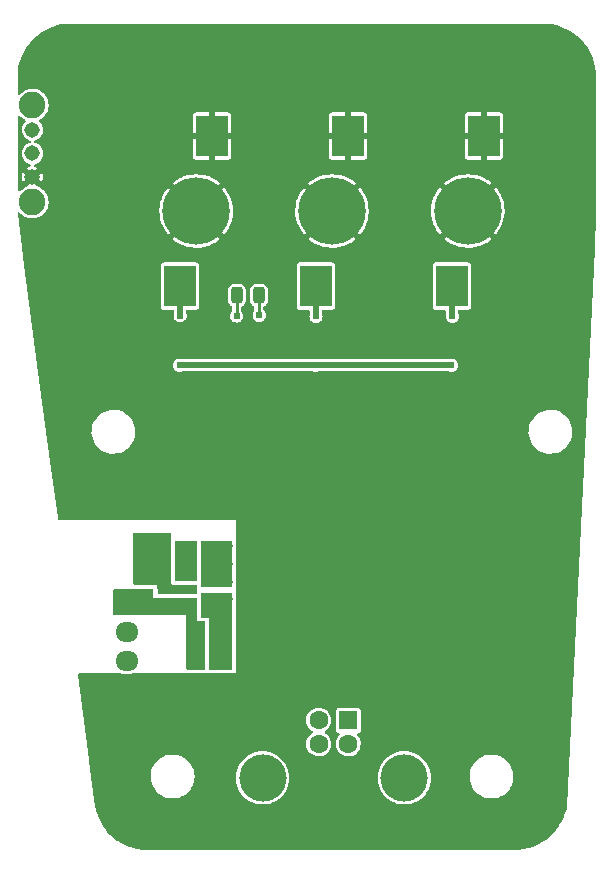
<source format=gbr>
%TF.GenerationSoftware,KiCad,Pcbnew,(6.0.0)*%
%TF.CreationDate,2022-11-21T18:04:57+01:00*%
%TF.ProjectId,fanali_coda_treno,66616e61-6c69-45f6-936f-64615f747265,rev?*%
%TF.SameCoordinates,Original*%
%TF.FileFunction,Copper,L2,Bot*%
%TF.FilePolarity,Positive*%
%FSLAX46Y46*%
G04 Gerber Fmt 4.6, Leading zero omitted, Abs format (unit mm)*
G04 Created by KiCad (PCBNEW (6.0.0)) date 2022-11-21 18:04:57*
%MOMM*%
%LPD*%
G01*
G04 APERTURE LIST*
G04 Aperture macros list*
%AMRoundRect*
0 Rectangle with rounded corners*
0 $1 Rounding radius*
0 $2 $3 $4 $5 $6 $7 $8 $9 X,Y pos of 4 corners*
0 Add a 4 corners polygon primitive as box body*
4,1,4,$2,$3,$4,$5,$6,$7,$8,$9,$2,$3,0*
0 Add four circle primitives for the rounded corners*
1,1,$1+$1,$2,$3*
1,1,$1+$1,$4,$5*
1,1,$1+$1,$6,$7*
1,1,$1+$1,$8,$9*
0 Add four rect primitives between the rounded corners*
20,1,$1+$1,$2,$3,$4,$5,0*
20,1,$1+$1,$4,$5,$6,$7,0*
20,1,$1+$1,$6,$7,$8,$9,0*
20,1,$1+$1,$8,$9,$2,$3,0*%
G04 Aperture macros list end*
%TA.AperFunction,ComponentPad*%
%ADD10R,1.600000X1.600000*%
%TD*%
%TA.AperFunction,ComponentPad*%
%ADD11C,1.600000*%
%TD*%
%TA.AperFunction,ComponentPad*%
%ADD12C,4.000000*%
%TD*%
%TA.AperFunction,ComponentPad*%
%ADD13RoundRect,0.250000X-0.725000X0.600000X-0.725000X-0.600000X0.725000X-0.600000X0.725000X0.600000X0*%
%TD*%
%TA.AperFunction,ComponentPad*%
%ADD14O,1.950000X1.700000*%
%TD*%
%TA.AperFunction,ComponentPad*%
%ADD15C,1.308000*%
%TD*%
%TA.AperFunction,ComponentPad*%
%ADD16C,2.250000*%
%TD*%
%TA.AperFunction,SMDPad,CuDef*%
%ADD17RoundRect,0.243750X-0.243750X-0.456250X0.243750X-0.456250X0.243750X0.456250X-0.243750X0.456250X0*%
%TD*%
%TA.AperFunction,SMDPad,CuDef*%
%ADD18R,2.700000X3.500000*%
%TD*%
%TA.AperFunction,SMDPad,CuDef*%
%ADD19C,5.700000*%
%TD*%
%TA.AperFunction,ViaPad*%
%ADD20C,0.800000*%
%TD*%
%TA.AperFunction,ViaPad*%
%ADD21C,0.609600*%
%TD*%
%TA.AperFunction,Conductor*%
%ADD22C,0.254000*%
%TD*%
%TA.AperFunction,Conductor*%
%ADD23C,0.508000*%
%TD*%
G04 APERTURE END LIST*
D10*
%TO.P,J1,1,VBUS*%
%TO.N,VBUS*%
X32000000Y-66000000D03*
D11*
%TO.P,J1,2,D-*%
%TO.N,unconnected-(J1-Pad2)*%
X29500000Y-66000000D03*
%TO.P,J1,3,D+*%
%TO.N,unconnected-(J1-Pad3)*%
X29500000Y-68000000D03*
%TO.P,J1,4,GND*%
%TO.N,GND*%
X32000000Y-68000000D03*
D12*
%TO.P,J1,5,Shield*%
X24750000Y-70860000D03*
X36750000Y-70860000D03*
%TD*%
D13*
%TO.P,J2,1,Pin_1*%
%TO.N,BTT*%
X13250000Y-56000000D03*
D14*
%TO.P,J2,2,Pin_2*%
%TO.N,GND*%
X13250000Y-58500000D03*
%TO.P,J2,3,Pin_3*%
%TO.N,unconnected-(J2-Pad3)*%
X13250000Y-61000000D03*
%TD*%
D15*
%TO.P,SW1,1,A*%
%TO.N,unconnected-(SW1-Pad1)*%
X5255750Y-16000000D03*
%TO.P,SW1,2,B*%
%TO.N,BTT*%
X5255750Y-18000000D03*
%TO.P,SW1,3,C*%
%TO.N,+BATT*%
X5255750Y-20000000D03*
D16*
%TO.P,SW1,G1*%
%TO.N,N/C*%
X5255750Y-13900000D03*
%TO.P,SW1,G2*%
X5255750Y-22100000D03*
%TD*%
D17*
%TO.P,D3,1,K*%
%TO.N,Net-(D3-Pad1)*%
X22562500Y-30000000D03*
%TO.P,D3,2,A*%
%TO.N,VBUS*%
X24437500Y-30000000D03*
%TD*%
D18*
%TO.P,D2,1,K*%
%TO.N,Net-(D2-Pad1)*%
X29275000Y-29230000D03*
%TO.P,D2,2,A*%
%TO.N,+BATT*%
X31975000Y-16530000D03*
D19*
%TO.P,D2,3,PAD*%
X30625000Y-22880000D03*
%TD*%
D18*
%TO.P,D4,1,K*%
%TO.N,Net-(D4-Pad1)*%
X40775000Y-29230000D03*
%TO.P,D4,2,A*%
%TO.N,+BATT*%
X43475000Y-16530000D03*
D19*
%TO.P,D4,3,PAD*%
X42125000Y-22880000D03*
%TD*%
D18*
%TO.P,D5,1,K*%
%TO.N,Net-(D5-Pad1)*%
X17775000Y-29230000D03*
%TO.P,D5,2,A*%
%TO.N,+BATT*%
X20475000Y-16530000D03*
D19*
%TO.P,D5,3,PAD*%
X19125000Y-22880000D03*
%TD*%
D20*
%TO.N,CH*%
X18700000Y-51300000D03*
X17800000Y-51300000D03*
X18200000Y-52200000D03*
X17800000Y-53100000D03*
X18700000Y-53100000D03*
D21*
%TO.N,+BATT*%
X36860000Y-51780000D03*
D20*
X10950000Y-21070000D03*
X9130000Y-19970000D03*
D21*
X31820000Y-56950000D03*
X39200000Y-49300000D03*
D20*
X12700000Y-19990000D03*
D21*
X37530000Y-53060000D03*
D20*
%TO.N,GND*%
X16300000Y-54300000D03*
X17000000Y-54900000D03*
X16600000Y-51200000D03*
X14300000Y-54000000D03*
X14200000Y-51200000D03*
X15400000Y-52600000D03*
%TO.N,VBUS*%
X20700000Y-60800000D03*
X21800000Y-55700000D03*
D21*
X24460000Y-31690000D03*
D20*
X21700000Y-61200000D03*
X21600000Y-57700000D03*
X20700000Y-57100000D03*
%TO.N,BTT*%
X15000000Y-55500000D03*
X15000000Y-56500000D03*
X16500000Y-56500000D03*
X19200000Y-61000000D03*
X18800000Y-56900000D03*
D21*
%TO.N,Net-(D2-Pad1)*%
X29270000Y-31790000D03*
%TO.N,Net-(D3-Pad1)*%
X22550000Y-31760000D03*
%TO.N,Net-(Q1-Pad2)*%
X17740000Y-35930000D03*
X29240000Y-35930000D03*
X40740000Y-35930000D03*
D20*
%TO.N,PRG*%
X21800000Y-52800000D03*
X21800000Y-51200000D03*
X21800000Y-54300000D03*
X20400000Y-53000000D03*
D21*
%TO.N,Net-(D4-Pad1)*%
X40810000Y-31790000D03*
%TO.N,Net-(D5-Pad1)*%
X17770000Y-31740000D03*
%TD*%
D22*
%TO.N,VBUS*%
X24437500Y-31667500D02*
X24460000Y-31690000D01*
X24437500Y-30000000D02*
X24437500Y-31667500D01*
D23*
%TO.N,Net-(D2-Pad1)*%
X29275000Y-29230000D02*
X29275000Y-31785000D01*
X29275000Y-31785000D02*
X29270000Y-31790000D01*
D22*
%TO.N,Net-(D3-Pad1)*%
X22562500Y-31747500D02*
X22550000Y-31760000D01*
X22562500Y-30000000D02*
X22562500Y-31747500D01*
D23*
%TO.N,Net-(Q1-Pad2)*%
X17740000Y-35930000D02*
X29240000Y-35930000D01*
X29240000Y-35930000D02*
X40740000Y-35930000D01*
%TO.N,Net-(D4-Pad1)*%
X40775000Y-29230000D02*
X40775000Y-31755000D01*
X40775000Y-31755000D02*
X40810000Y-31790000D01*
%TO.N,Net-(D5-Pad1)*%
X17775000Y-31735000D02*
X17770000Y-31740000D01*
X17775000Y-29230000D02*
X17775000Y-31735000D01*
%TD*%
%TA.AperFunction,Conductor*%
%TO.N,BTT*%
G36*
X15473138Y-54917593D02*
G01*
X15498858Y-54962142D01*
X15500000Y-54975200D01*
X15500000Y-55600000D01*
X19124800Y-55600000D01*
X19173138Y-55617593D01*
X19198858Y-55662142D01*
X19200000Y-55675200D01*
X19200000Y-57600000D01*
X19824800Y-57600000D01*
X19873138Y-57617593D01*
X19898858Y-57662142D01*
X19900000Y-57675200D01*
X19900000Y-61624800D01*
X19882407Y-61673138D01*
X19837858Y-61698858D01*
X19824800Y-61700000D01*
X18375200Y-61700000D01*
X18326862Y-61682407D01*
X18301142Y-61637858D01*
X18300000Y-61624800D01*
X18300000Y-57100000D01*
X12175200Y-57100000D01*
X12126862Y-57082407D01*
X12101142Y-57037858D01*
X12100000Y-57024800D01*
X12100000Y-54975200D01*
X12117593Y-54926862D01*
X12162142Y-54901142D01*
X12175200Y-54900000D01*
X15424800Y-54900000D01*
X15473138Y-54917593D01*
G37*
%TD.AperFunction*%
%TD*%
%TA.AperFunction,Conductor*%
%TO.N,PRG*%
G36*
X22173138Y-50817593D02*
G01*
X22198858Y-50862142D01*
X22200000Y-50875200D01*
X22200000Y-54624800D01*
X22182407Y-54673138D01*
X22137858Y-54698858D01*
X22124800Y-54700000D01*
X19575200Y-54700000D01*
X19526862Y-54682407D01*
X19501142Y-54637858D01*
X19500000Y-54624800D01*
X19500000Y-50875200D01*
X19517593Y-50826862D01*
X19562142Y-50801142D01*
X19575200Y-50800000D01*
X22124800Y-50800000D01*
X22173138Y-50817593D01*
G37*
%TD.AperFunction*%
%TD*%
%TA.AperFunction,Conductor*%
%TO.N,GND*%
G36*
X16973138Y-50117593D02*
G01*
X16998858Y-50162142D01*
X17000000Y-50175200D01*
X17000000Y-54500000D01*
X19124800Y-54500000D01*
X19173138Y-54517593D01*
X19198858Y-54562142D01*
X19200000Y-54575200D01*
X19200000Y-55224800D01*
X19182407Y-55273138D01*
X19137858Y-55298858D01*
X19124800Y-55300000D01*
X15966385Y-55300000D01*
X15918047Y-55282407D01*
X15891766Y-55234127D01*
X15801645Y-54513158D01*
X15801645Y-54513157D01*
X15800000Y-54500000D01*
X13875200Y-54500000D01*
X13826862Y-54482407D01*
X13801142Y-54437858D01*
X13800000Y-54424800D01*
X13800000Y-50175200D01*
X13817593Y-50126862D01*
X13862142Y-50101142D01*
X13875200Y-50100000D01*
X16924800Y-50100000D01*
X16973138Y-50117593D01*
G37*
%TD.AperFunction*%
%TD*%
%TA.AperFunction,Conductor*%
%TO.N,VBUS*%
G36*
X22173138Y-55217593D02*
G01*
X22198858Y-55262142D01*
X22200000Y-55275200D01*
X22200000Y-61624800D01*
X22182407Y-61673138D01*
X22137858Y-61698858D01*
X22124800Y-61700000D01*
X20275200Y-61700000D01*
X20226862Y-61682407D01*
X20201142Y-61637858D01*
X20200000Y-61624800D01*
X20200000Y-57300000D01*
X19575200Y-57300000D01*
X19526862Y-57282407D01*
X19501142Y-57237858D01*
X19500000Y-57224800D01*
X19500000Y-55275200D01*
X19517593Y-55226862D01*
X19562142Y-55201142D01*
X19575200Y-55200000D01*
X22124800Y-55200000D01*
X22173138Y-55217593D01*
G37*
%TD.AperFunction*%
%TD*%
%TA.AperFunction,Conductor*%
%TO.N,+BATT*%
G36*
X48470057Y-7009500D02*
G01*
X48484858Y-7011805D01*
X48484861Y-7011805D01*
X48493730Y-7013186D01*
X48514158Y-7010515D01*
X48535983Y-7009571D01*
X48886007Y-7024853D01*
X48896958Y-7025811D01*
X49274579Y-7075527D01*
X49285403Y-7077436D01*
X49657243Y-7159870D01*
X49667860Y-7162715D01*
X50031110Y-7277248D01*
X50041425Y-7281001D01*
X50393334Y-7426766D01*
X50403269Y-7431399D01*
X50741128Y-7607278D01*
X50750637Y-7612768D01*
X51071860Y-7817410D01*
X51080864Y-7823714D01*
X51383043Y-8055583D01*
X51391463Y-8062649D01*
X51672268Y-8319959D01*
X51680041Y-8327732D01*
X51937351Y-8608537D01*
X51944417Y-8616957D01*
X52176286Y-8919136D01*
X52182590Y-8928140D01*
X52387232Y-9249363D01*
X52392722Y-9258872D01*
X52568601Y-9596731D01*
X52573238Y-9606675D01*
X52718996Y-9958568D01*
X52722755Y-9968897D01*
X52837285Y-10332139D01*
X52840130Y-10342757D01*
X52922564Y-10714597D01*
X52924473Y-10725421D01*
X52974189Y-11103042D01*
X52975147Y-11113993D01*
X52990104Y-11456583D01*
X52988724Y-11481461D01*
X52986814Y-11493730D01*
X52988638Y-11507678D01*
X52990936Y-11525251D01*
X52992000Y-11541589D01*
X52992000Y-23154260D01*
X52991845Y-23160511D01*
X52851393Y-25988086D01*
X50497517Y-73376332D01*
X50495928Y-73408313D01*
X50491642Y-73435220D01*
X50396608Y-73783614D01*
X50393137Y-73794401D01*
X50252275Y-74172920D01*
X50247849Y-74183352D01*
X50073542Y-74547696D01*
X50068197Y-74557688D01*
X49879630Y-74875001D01*
X49861870Y-74904886D01*
X49855653Y-74914351D01*
X49618945Y-75241636D01*
X49611913Y-75250491D01*
X49450237Y-75436276D01*
X49346766Y-75555176D01*
X49338950Y-75563381D01*
X49047509Y-75843004D01*
X49039004Y-75850460D01*
X48723590Y-76102791D01*
X48714445Y-76109454D01*
X48377676Y-76332400D01*
X48367956Y-76338224D01*
X48012511Y-76530016D01*
X48002314Y-76534940D01*
X47631058Y-76694029D01*
X47620452Y-76698019D01*
X47236428Y-76823101D01*
X47225507Y-76826122D01*
X46831795Y-76916198D01*
X46820645Y-76918226D01*
X46420431Y-76972564D01*
X46409163Y-76973581D01*
X46195039Y-76983220D01*
X46043287Y-76990050D01*
X46018244Y-76988678D01*
X46016086Y-76988342D01*
X46015141Y-76988195D01*
X46015140Y-76988195D01*
X46006270Y-76986814D01*
X45997368Y-76987978D01*
X45997365Y-76987978D01*
X45978450Y-76990452D01*
X45974864Y-76990921D01*
X45974749Y-76990936D01*
X45958411Y-76992000D01*
X15049328Y-76992000D01*
X15029943Y-76990500D01*
X15015142Y-76988195D01*
X15015139Y-76988195D01*
X15006270Y-76986814D01*
X14997369Y-76987978D01*
X14997363Y-76987978D01*
X14985696Y-76989504D01*
X14963953Y-76990452D01*
X14620296Y-76975693D01*
X14609524Y-76974766D01*
X14237987Y-76926663D01*
X14227333Y-76924816D01*
X14090219Y-76894932D01*
X13861270Y-76845033D01*
X13850831Y-76842283D01*
X13492961Y-76731412D01*
X13482786Y-76727774D01*
X13405299Y-76696260D01*
X13135743Y-76586631D01*
X13125916Y-76582134D01*
X12792262Y-76411764D01*
X12782852Y-76406439D01*
X12465014Y-76208080D01*
X12456096Y-76201967D01*
X12156452Y-75977102D01*
X12148090Y-75970247D01*
X11868822Y-75720517D01*
X11861079Y-75712971D01*
X11604240Y-75440209D01*
X11597188Y-75432045D01*
X11364669Y-75138253D01*
X11358339Y-75129508D01*
X11151877Y-74816886D01*
X11146311Y-74807616D01*
X10967415Y-74478451D01*
X10962664Y-74468738D01*
X10812649Y-74125451D01*
X10808749Y-74115368D01*
X10688707Y-73760459D01*
X10685685Y-73750077D01*
X10605592Y-73423231D01*
X10602087Y-73398652D01*
X10601932Y-73395053D01*
X10601547Y-73386085D01*
X10598661Y-73377588D01*
X10598660Y-73377583D01*
X10598235Y-73376332D01*
X10592611Y-73352194D01*
X10256924Y-70792186D01*
X15271018Y-70792186D01*
X15296579Y-71060100D01*
X15360547Y-71321518D01*
X15461583Y-71570963D01*
X15597569Y-71803210D01*
X15765658Y-72013395D01*
X15962327Y-72197113D01*
X16183457Y-72350516D01*
X16424416Y-72470391D01*
X16428750Y-72471812D01*
X16428753Y-72471813D01*
X16675823Y-72552807D01*
X16675829Y-72552808D01*
X16680156Y-72554227D01*
X16684647Y-72555007D01*
X16684648Y-72555007D01*
X16941538Y-72599611D01*
X16941546Y-72599612D01*
X16945319Y-72600267D01*
X16949156Y-72600458D01*
X17028777Y-72604422D01*
X17028785Y-72604422D01*
X17030348Y-72604500D01*
X17198374Y-72604500D01*
X17200642Y-72604335D01*
X17200654Y-72604335D01*
X17331457Y-72594844D01*
X17398425Y-72589985D01*
X17402880Y-72589001D01*
X17402883Y-72589001D01*
X17656770Y-72532947D01*
X17656772Y-72532946D01*
X17661226Y-72531963D01*
X17912900Y-72436613D01*
X18148172Y-72305931D01*
X18294842Y-72193996D01*
X18358491Y-72145421D01*
X18358495Y-72145417D01*
X18362116Y-72142654D01*
X18550249Y-71950203D01*
X18657242Y-71803210D01*
X18705942Y-71736304D01*
X18705947Y-71736297D01*
X18708630Y-71732610D01*
X18833941Y-71494433D01*
X18923557Y-71240662D01*
X18948688Y-71113156D01*
X18974720Y-70981083D01*
X18974721Y-70981077D01*
X18975601Y-70976611D01*
X18981406Y-70860000D01*
X22490663Y-70860000D01*
X22509992Y-71154903D01*
X22510796Y-71158943D01*
X22510796Y-71158946D01*
X22527051Y-71240662D01*
X22567648Y-71444759D01*
X22568973Y-71448663D01*
X22568974Y-71448666D01*
X22611827Y-71574906D01*
X22662645Y-71724611D01*
X22701406Y-71803210D01*
X22772076Y-71946514D01*
X22793357Y-71989668D01*
X22957547Y-72235397D01*
X23152407Y-72457593D01*
X23374603Y-72652453D01*
X23620331Y-72816643D01*
X23624030Y-72818467D01*
X23624035Y-72818470D01*
X23760009Y-72885525D01*
X23885389Y-72947355D01*
X23889294Y-72948680D01*
X23889295Y-72948681D01*
X24161334Y-73041026D01*
X24161337Y-73041027D01*
X24165241Y-73042352D01*
X24169280Y-73043155D01*
X24169286Y-73043157D01*
X24451054Y-73099204D01*
X24451057Y-73099204D01*
X24455097Y-73100008D01*
X24459208Y-73100277D01*
X24459212Y-73100278D01*
X24745881Y-73119067D01*
X24750000Y-73119337D01*
X24754119Y-73119067D01*
X25040788Y-73100278D01*
X25040792Y-73100277D01*
X25044903Y-73100008D01*
X25048943Y-73099204D01*
X25048946Y-73099204D01*
X25330714Y-73043157D01*
X25330720Y-73043155D01*
X25334759Y-73042352D01*
X25338663Y-73041027D01*
X25338666Y-73041026D01*
X25610705Y-72948681D01*
X25610706Y-72948680D01*
X25614611Y-72947355D01*
X25739991Y-72885525D01*
X25875965Y-72818470D01*
X25875970Y-72818467D01*
X25879669Y-72816643D01*
X26125397Y-72652453D01*
X26347593Y-72457593D01*
X26542453Y-72235397D01*
X26706643Y-71989668D01*
X26727925Y-71946514D01*
X26798594Y-71803210D01*
X26837355Y-71724611D01*
X26888173Y-71574906D01*
X26931026Y-71448666D01*
X26931027Y-71448663D01*
X26932352Y-71444759D01*
X26972950Y-71240662D01*
X26989204Y-71158946D01*
X26989204Y-71158943D01*
X26990008Y-71154903D01*
X27009337Y-70860000D01*
X34490663Y-70860000D01*
X34509992Y-71154903D01*
X34510796Y-71158943D01*
X34510796Y-71158946D01*
X34527051Y-71240662D01*
X34567648Y-71444759D01*
X34568973Y-71448663D01*
X34568974Y-71448666D01*
X34611827Y-71574906D01*
X34662645Y-71724611D01*
X34701406Y-71803210D01*
X34772076Y-71946514D01*
X34793357Y-71989668D01*
X34957547Y-72235397D01*
X35152407Y-72457593D01*
X35374603Y-72652453D01*
X35620331Y-72816643D01*
X35624030Y-72818467D01*
X35624035Y-72818470D01*
X35760009Y-72885525D01*
X35885389Y-72947355D01*
X35889294Y-72948680D01*
X35889295Y-72948681D01*
X36161334Y-73041026D01*
X36161337Y-73041027D01*
X36165241Y-73042352D01*
X36169280Y-73043155D01*
X36169286Y-73043157D01*
X36451054Y-73099204D01*
X36451057Y-73099204D01*
X36455097Y-73100008D01*
X36459208Y-73100277D01*
X36459212Y-73100278D01*
X36745881Y-73119067D01*
X36750000Y-73119337D01*
X36754119Y-73119067D01*
X37040788Y-73100278D01*
X37040792Y-73100277D01*
X37044903Y-73100008D01*
X37048943Y-73099204D01*
X37048946Y-73099204D01*
X37330714Y-73043157D01*
X37330720Y-73043155D01*
X37334759Y-73042352D01*
X37338663Y-73041027D01*
X37338666Y-73041026D01*
X37610705Y-72948681D01*
X37610706Y-72948680D01*
X37614611Y-72947355D01*
X37739991Y-72885525D01*
X37875965Y-72818470D01*
X37875970Y-72818467D01*
X37879669Y-72816643D01*
X38125397Y-72652453D01*
X38347593Y-72457593D01*
X38542453Y-72235397D01*
X38706643Y-71989668D01*
X38727925Y-71946514D01*
X38798594Y-71803210D01*
X38837355Y-71724611D01*
X38888173Y-71574906D01*
X38931026Y-71448666D01*
X38931027Y-71448663D01*
X38932352Y-71444759D01*
X38972950Y-71240662D01*
X38989204Y-71158946D01*
X38989204Y-71158943D01*
X38990008Y-71154903D01*
X39009337Y-70860000D01*
X39004892Y-70792186D01*
X42271018Y-70792186D01*
X42296579Y-71060100D01*
X42360547Y-71321518D01*
X42461583Y-71570963D01*
X42597569Y-71803210D01*
X42765658Y-72013395D01*
X42962327Y-72197113D01*
X43183457Y-72350516D01*
X43424416Y-72470391D01*
X43428750Y-72471812D01*
X43428753Y-72471813D01*
X43675823Y-72552807D01*
X43675829Y-72552808D01*
X43680156Y-72554227D01*
X43684647Y-72555007D01*
X43684648Y-72555007D01*
X43941538Y-72599611D01*
X43941546Y-72599612D01*
X43945319Y-72600267D01*
X43949156Y-72600458D01*
X44028777Y-72604422D01*
X44028785Y-72604422D01*
X44030348Y-72604500D01*
X44198374Y-72604500D01*
X44200642Y-72604335D01*
X44200654Y-72604335D01*
X44331457Y-72594844D01*
X44398425Y-72589985D01*
X44402880Y-72589001D01*
X44402883Y-72589001D01*
X44656770Y-72532947D01*
X44656772Y-72532946D01*
X44661226Y-72531963D01*
X44912900Y-72436613D01*
X45148172Y-72305931D01*
X45294842Y-72193996D01*
X45358491Y-72145421D01*
X45358495Y-72145417D01*
X45362116Y-72142654D01*
X45550249Y-71950203D01*
X45657242Y-71803210D01*
X45705942Y-71736304D01*
X45705947Y-71736297D01*
X45708630Y-71732610D01*
X45833941Y-71494433D01*
X45923557Y-71240662D01*
X45948688Y-71113156D01*
X45974720Y-70981083D01*
X45974721Y-70981077D01*
X45975601Y-70976611D01*
X45984782Y-70792186D01*
X45988755Y-70712383D01*
X45988755Y-70712377D01*
X45988982Y-70707814D01*
X45963421Y-70439900D01*
X45924120Y-70279286D01*
X45900539Y-70182920D01*
X45899453Y-70178482D01*
X45798417Y-69929037D01*
X45662431Y-69696790D01*
X45494342Y-69486605D01*
X45297673Y-69302887D01*
X45076543Y-69149484D01*
X44835584Y-69029609D01*
X44831250Y-69028188D01*
X44831247Y-69028187D01*
X44584177Y-68947193D01*
X44584171Y-68947192D01*
X44579844Y-68945773D01*
X44575352Y-68944993D01*
X44318462Y-68900389D01*
X44318454Y-68900388D01*
X44314681Y-68899733D01*
X44304718Y-68899237D01*
X44231223Y-68895578D01*
X44231215Y-68895578D01*
X44229652Y-68895500D01*
X44061626Y-68895500D01*
X44059358Y-68895665D01*
X44059346Y-68895665D01*
X43928543Y-68905156D01*
X43861575Y-68910015D01*
X43857120Y-68910999D01*
X43857117Y-68910999D01*
X43603230Y-68967053D01*
X43603228Y-68967054D01*
X43598774Y-68968037D01*
X43347100Y-69063387D01*
X43343114Y-69065601D01*
X43343112Y-69065602D01*
X43334706Y-69070271D01*
X43111828Y-69194069D01*
X43108196Y-69196841D01*
X42901509Y-69354579D01*
X42901505Y-69354583D01*
X42897884Y-69357346D01*
X42709751Y-69549797D01*
X42707066Y-69553486D01*
X42554058Y-69763696D01*
X42554053Y-69763703D01*
X42551370Y-69767390D01*
X42426059Y-70005567D01*
X42336443Y-70259338D01*
X42311312Y-70386844D01*
X42300855Y-70439900D01*
X42284399Y-70523389D01*
X42284172Y-70527942D01*
X42284172Y-70527945D01*
X42274991Y-70712383D01*
X42271018Y-70792186D01*
X39004892Y-70792186D01*
X38990008Y-70565097D01*
X38932352Y-70275241D01*
X38898071Y-70174251D01*
X38838681Y-69999295D01*
X38838680Y-69999294D01*
X38837355Y-69995389D01*
X38724918Y-69767390D01*
X38708470Y-69734036D01*
X38708467Y-69734031D01*
X38706643Y-69730332D01*
X38542453Y-69484603D01*
X38347593Y-69262407D01*
X38125397Y-69067547D01*
X37879669Y-68903357D01*
X37875970Y-68901533D01*
X37875965Y-68901530D01*
X37739991Y-68834475D01*
X37614611Y-68772645D01*
X37610142Y-68771128D01*
X37338666Y-68678974D01*
X37338663Y-68678973D01*
X37334759Y-68677648D01*
X37330720Y-68676845D01*
X37330714Y-68676843D01*
X37048946Y-68620796D01*
X37048943Y-68620796D01*
X37044903Y-68619992D01*
X37040792Y-68619723D01*
X37040788Y-68619722D01*
X36754119Y-68600933D01*
X36750000Y-68600663D01*
X36745881Y-68600933D01*
X36459212Y-68619722D01*
X36459208Y-68619723D01*
X36455097Y-68619992D01*
X36451057Y-68620796D01*
X36451054Y-68620796D01*
X36169286Y-68676843D01*
X36169280Y-68676845D01*
X36165241Y-68677648D01*
X36161337Y-68678973D01*
X36161334Y-68678974D01*
X35889858Y-68771128D01*
X35885389Y-68772645D01*
X35760143Y-68834410D01*
X35624036Y-68901530D01*
X35624031Y-68901533D01*
X35620332Y-68903357D01*
X35374603Y-69067547D01*
X35152407Y-69262407D01*
X34957547Y-69484603D01*
X34793357Y-69730332D01*
X34791533Y-69734031D01*
X34791530Y-69734036D01*
X34775082Y-69767390D01*
X34662645Y-69995389D01*
X34661320Y-69999294D01*
X34661319Y-69999295D01*
X34601930Y-70174251D01*
X34567648Y-70275241D01*
X34509992Y-70565097D01*
X34490663Y-70860000D01*
X27009337Y-70860000D01*
X26990008Y-70565097D01*
X26932352Y-70275241D01*
X26898071Y-70174251D01*
X26838681Y-69999295D01*
X26838680Y-69999294D01*
X26837355Y-69995389D01*
X26724918Y-69767390D01*
X26708470Y-69734036D01*
X26708467Y-69734031D01*
X26706643Y-69730332D01*
X26542453Y-69484603D01*
X26347593Y-69262407D01*
X26125397Y-69067547D01*
X25879669Y-68903357D01*
X25875970Y-68901533D01*
X25875965Y-68901530D01*
X25739991Y-68834475D01*
X25614611Y-68772645D01*
X25610142Y-68771128D01*
X25338666Y-68678974D01*
X25338663Y-68678973D01*
X25334759Y-68677648D01*
X25330720Y-68676845D01*
X25330714Y-68676843D01*
X25048946Y-68620796D01*
X25048943Y-68620796D01*
X25044903Y-68619992D01*
X25040792Y-68619723D01*
X25040788Y-68619722D01*
X24754119Y-68600933D01*
X24750000Y-68600663D01*
X24745881Y-68600933D01*
X24459212Y-68619722D01*
X24459208Y-68619723D01*
X24455097Y-68619992D01*
X24451057Y-68620796D01*
X24451054Y-68620796D01*
X24169286Y-68676843D01*
X24169280Y-68676845D01*
X24165241Y-68677648D01*
X24161337Y-68678973D01*
X24161334Y-68678974D01*
X23889858Y-68771128D01*
X23885389Y-68772645D01*
X23760143Y-68834410D01*
X23624036Y-68901530D01*
X23624031Y-68901533D01*
X23620332Y-68903357D01*
X23374603Y-69067547D01*
X23152407Y-69262407D01*
X22957547Y-69484603D01*
X22793357Y-69730332D01*
X22791533Y-69734031D01*
X22791530Y-69734036D01*
X22775082Y-69767390D01*
X22662645Y-69995389D01*
X22661320Y-69999294D01*
X22661319Y-69999295D01*
X22601930Y-70174251D01*
X22567648Y-70275241D01*
X22509992Y-70565097D01*
X22490663Y-70860000D01*
X18981406Y-70860000D01*
X18984782Y-70792186D01*
X18988755Y-70712383D01*
X18988755Y-70712377D01*
X18988982Y-70707814D01*
X18963421Y-70439900D01*
X18924120Y-70279286D01*
X18900539Y-70182920D01*
X18899453Y-70178482D01*
X18798417Y-69929037D01*
X18662431Y-69696790D01*
X18494342Y-69486605D01*
X18297673Y-69302887D01*
X18076543Y-69149484D01*
X17835584Y-69029609D01*
X17831250Y-69028188D01*
X17831247Y-69028187D01*
X17584177Y-68947193D01*
X17584171Y-68947192D01*
X17579844Y-68945773D01*
X17575352Y-68944993D01*
X17318462Y-68900389D01*
X17318454Y-68900388D01*
X17314681Y-68899733D01*
X17304718Y-68899237D01*
X17231223Y-68895578D01*
X17231215Y-68895578D01*
X17229652Y-68895500D01*
X17061626Y-68895500D01*
X17059358Y-68895665D01*
X17059346Y-68895665D01*
X16928543Y-68905156D01*
X16861575Y-68910015D01*
X16857120Y-68910999D01*
X16857117Y-68910999D01*
X16603230Y-68967053D01*
X16603228Y-68967054D01*
X16598774Y-68968037D01*
X16347100Y-69063387D01*
X16343114Y-69065601D01*
X16343112Y-69065602D01*
X16334706Y-69070271D01*
X16111828Y-69194069D01*
X16108196Y-69196841D01*
X15901509Y-69354579D01*
X15901505Y-69354583D01*
X15897884Y-69357346D01*
X15709751Y-69549797D01*
X15707066Y-69553486D01*
X15554058Y-69763696D01*
X15554053Y-69763703D01*
X15551370Y-69767390D01*
X15426059Y-70005567D01*
X15336443Y-70259338D01*
X15311312Y-70386844D01*
X15300855Y-70439900D01*
X15284399Y-70523389D01*
X15284172Y-70527942D01*
X15284172Y-70527945D01*
X15274991Y-70712383D01*
X15271018Y-70792186D01*
X10256924Y-70792186D01*
X9888852Y-67985206D01*
X28440501Y-67985206D01*
X28457806Y-68191278D01*
X28514807Y-68390066D01*
X28517625Y-68395548D01*
X28517626Y-68395552D01*
X28606514Y-68568509D01*
X28606517Y-68568513D01*
X28609334Y-68573995D01*
X28737786Y-68736061D01*
X28895271Y-68870091D01*
X29075789Y-68970980D01*
X29272466Y-69034884D01*
X29477809Y-69059370D01*
X29483944Y-69058898D01*
X29483946Y-69058898D01*
X29677856Y-69043977D01*
X29677860Y-69043976D01*
X29683998Y-69043504D01*
X29883178Y-68987892D01*
X29888682Y-68985112D01*
X29888684Y-68985111D01*
X30062262Y-68897431D01*
X30062264Y-68897430D01*
X30067763Y-68894652D01*
X30230722Y-68767334D01*
X30234748Y-68762670D01*
X30234751Y-68762667D01*
X30361819Y-68615457D01*
X30361820Y-68615455D01*
X30365848Y-68610789D01*
X30467995Y-68430979D01*
X30533270Y-68234753D01*
X30559189Y-68029586D01*
X30559602Y-68000000D01*
X30558151Y-67985206D01*
X30940501Y-67985206D01*
X30957806Y-68191278D01*
X31014807Y-68390066D01*
X31017625Y-68395548D01*
X31017626Y-68395552D01*
X31106514Y-68568509D01*
X31106517Y-68568513D01*
X31109334Y-68573995D01*
X31237786Y-68736061D01*
X31395271Y-68870091D01*
X31575789Y-68970980D01*
X31772466Y-69034884D01*
X31977809Y-69059370D01*
X31983944Y-69058898D01*
X31983946Y-69058898D01*
X32177856Y-69043977D01*
X32177860Y-69043976D01*
X32183998Y-69043504D01*
X32383178Y-68987892D01*
X32388682Y-68985112D01*
X32388684Y-68985111D01*
X32562262Y-68897431D01*
X32562264Y-68897430D01*
X32567763Y-68894652D01*
X32730722Y-68767334D01*
X32734748Y-68762670D01*
X32734751Y-68762667D01*
X32861819Y-68615457D01*
X32861820Y-68615455D01*
X32865848Y-68610789D01*
X32967995Y-68430979D01*
X33033270Y-68234753D01*
X33059189Y-68029586D01*
X33059602Y-68000000D01*
X33039422Y-67794189D01*
X32979651Y-67596217D01*
X32882565Y-67413625D01*
X32878674Y-67408855D01*
X32878672Y-67408851D01*
X32754932Y-67257131D01*
X32727378Y-67191699D01*
X32739574Y-67121757D01*
X32787646Y-67069512D01*
X32827995Y-67053916D01*
X32848410Y-67049856D01*
X32887126Y-67042156D01*
X32887128Y-67042155D01*
X32899301Y-67039734D01*
X32909621Y-67032839D01*
X32909622Y-67032838D01*
X32973168Y-66990377D01*
X32983484Y-66983484D01*
X33039734Y-66899301D01*
X33054500Y-66825067D01*
X33054499Y-65174934D01*
X33047388Y-65139182D01*
X33042156Y-65112874D01*
X33042155Y-65112872D01*
X33039734Y-65100699D01*
X32983484Y-65016516D01*
X32899301Y-64960266D01*
X32825067Y-64945500D01*
X32000134Y-64945500D01*
X31174934Y-64945501D01*
X31139182Y-64952612D01*
X31112874Y-64957844D01*
X31112872Y-64957845D01*
X31100699Y-64960266D01*
X31090379Y-64967161D01*
X31090378Y-64967162D01*
X31029985Y-65007516D01*
X31016516Y-65016516D01*
X30960266Y-65100699D01*
X30945500Y-65174933D01*
X30945501Y-66825066D01*
X30960266Y-66899301D01*
X30967161Y-66909620D01*
X30967162Y-66909622D01*
X30987072Y-66939419D01*
X31016516Y-66983484D01*
X31100699Y-67039734D01*
X31171997Y-67053916D01*
X31173415Y-67054198D01*
X31236325Y-67087105D01*
X31271457Y-67148800D01*
X31267657Y-67219695D01*
X31245356Y-67258768D01*
X31125708Y-67401360D01*
X31026082Y-67582578D01*
X30963553Y-67779696D01*
X30940501Y-67985206D01*
X30558151Y-67985206D01*
X30539422Y-67794189D01*
X30479651Y-67596217D01*
X30382565Y-67413625D01*
X30378674Y-67408855D01*
X30378672Y-67408851D01*
X30255758Y-67258143D01*
X30255755Y-67258140D01*
X30251863Y-67253368D01*
X30244966Y-67247662D01*
X30097271Y-67125478D01*
X30097266Y-67125475D01*
X30092522Y-67121550D01*
X30074410Y-67111757D01*
X30024001Y-67061763D01*
X30008623Y-66992451D01*
X30033159Y-66925829D01*
X30065433Y-66895829D01*
X30067763Y-66894652D01*
X30230722Y-66767334D01*
X30234748Y-66762670D01*
X30234751Y-66762667D01*
X30361819Y-66615457D01*
X30361820Y-66615455D01*
X30365848Y-66610789D01*
X30467995Y-66430979D01*
X30533270Y-66234753D01*
X30559189Y-66029586D01*
X30559602Y-66000000D01*
X30539422Y-65794189D01*
X30479651Y-65596217D01*
X30382565Y-65413625D01*
X30378674Y-65408855D01*
X30378672Y-65408851D01*
X30255758Y-65258143D01*
X30255755Y-65258140D01*
X30251863Y-65253368D01*
X30244966Y-65247662D01*
X30097271Y-65125478D01*
X30097266Y-65125475D01*
X30092522Y-65121550D01*
X30087103Y-65118620D01*
X30087100Y-65118618D01*
X29916032Y-65026122D01*
X29916027Y-65026120D01*
X29910612Y-65023192D01*
X29713063Y-64962040D01*
X29706938Y-64961396D01*
X29706937Y-64961396D01*
X29513526Y-64941068D01*
X29513524Y-64941068D01*
X29507397Y-64940424D01*
X29381229Y-64951906D01*
X29307591Y-64958607D01*
X29307590Y-64958607D01*
X29301450Y-64959166D01*
X29103066Y-65017554D01*
X29097601Y-65020411D01*
X28925261Y-65110508D01*
X28925257Y-65110511D01*
X28919801Y-65113363D01*
X28758635Y-65242943D01*
X28625708Y-65401360D01*
X28526082Y-65582578D01*
X28463553Y-65779696D01*
X28440501Y-65985206D01*
X28457806Y-66191278D01*
X28514807Y-66390066D01*
X28517625Y-66395548D01*
X28517626Y-66395552D01*
X28606514Y-66568509D01*
X28606517Y-66568513D01*
X28609334Y-66573995D01*
X28737786Y-66736061D01*
X28742479Y-66740055D01*
X28742480Y-66740056D01*
X28835095Y-66818877D01*
X28895271Y-66870091D01*
X28900647Y-66873095D01*
X28900649Y-66873097D01*
X28928612Y-66888725D01*
X28978318Y-66939419D01*
X28992725Y-67008939D01*
X28967261Y-67075211D01*
X28930043Y-67106562D01*
X28930418Y-67107134D01*
X28925695Y-67110225D01*
X28925520Y-67110372D01*
X28925270Y-67110503D01*
X28925263Y-67110507D01*
X28919801Y-67113363D01*
X28758635Y-67242943D01*
X28625708Y-67401360D01*
X28526082Y-67582578D01*
X28463553Y-67779696D01*
X28440501Y-67985206D01*
X9888852Y-67985206D01*
X9122697Y-62142382D01*
X9133673Y-62072239D01*
X9180829Y-62019164D01*
X9247628Y-62000000D01*
X12627052Y-62000000D01*
X12674151Y-62009134D01*
X12726365Y-62030177D01*
X12809878Y-62063834D01*
X12932688Y-62087817D01*
X13012283Y-62103361D01*
X13012286Y-62103361D01*
X13016729Y-62104229D01*
X13022270Y-62104500D01*
X13427659Y-62104500D01*
X13584806Y-62089507D01*
X13787042Y-62030177D01*
X13792380Y-62027428D01*
X13792382Y-62027427D01*
X13818483Y-62013984D01*
X13876175Y-62000000D01*
X22500000Y-62000000D01*
X22500000Y-49000000D01*
X7509927Y-49000000D01*
X7441806Y-48979998D01*
X7395313Y-48926342D01*
X7384996Y-48890382D01*
X6666937Y-43414335D01*
X6429315Y-41602186D01*
X10261018Y-41602186D01*
X10286579Y-41870100D01*
X10350547Y-42131518D01*
X10451583Y-42380963D01*
X10587569Y-42613210D01*
X10755658Y-42823395D01*
X10952327Y-43007113D01*
X11173457Y-43160516D01*
X11414416Y-43280391D01*
X11418750Y-43281812D01*
X11418753Y-43281813D01*
X11665823Y-43362807D01*
X11665829Y-43362808D01*
X11670156Y-43364227D01*
X11674647Y-43365007D01*
X11674648Y-43365007D01*
X11931538Y-43409611D01*
X11931546Y-43409612D01*
X11935319Y-43410267D01*
X11939156Y-43410458D01*
X12018777Y-43414422D01*
X12018785Y-43414422D01*
X12020348Y-43414500D01*
X12188374Y-43414500D01*
X12190642Y-43414335D01*
X12190654Y-43414335D01*
X12321457Y-43404844D01*
X12388425Y-43399985D01*
X12392880Y-43399001D01*
X12392883Y-43399001D01*
X12646770Y-43342947D01*
X12646772Y-43342946D01*
X12651226Y-43341963D01*
X12902900Y-43246613D01*
X13138172Y-43115931D01*
X13284842Y-43003996D01*
X13348491Y-42955421D01*
X13348495Y-42955417D01*
X13352116Y-42952654D01*
X13540249Y-42760203D01*
X13647242Y-42613210D01*
X13695942Y-42546304D01*
X13695947Y-42546297D01*
X13698630Y-42542610D01*
X13823941Y-42304433D01*
X13913557Y-42050662D01*
X13938688Y-41923156D01*
X13964720Y-41791083D01*
X13964721Y-41791077D01*
X13965601Y-41786611D01*
X13974782Y-41602186D01*
X47261018Y-41602186D01*
X47286579Y-41870100D01*
X47350547Y-42131518D01*
X47451583Y-42380963D01*
X47587569Y-42613210D01*
X47755658Y-42823395D01*
X47952327Y-43007113D01*
X48173457Y-43160516D01*
X48414416Y-43280391D01*
X48418750Y-43281812D01*
X48418753Y-43281813D01*
X48665823Y-43362807D01*
X48665829Y-43362808D01*
X48670156Y-43364227D01*
X48674647Y-43365007D01*
X48674648Y-43365007D01*
X48931538Y-43409611D01*
X48931546Y-43409612D01*
X48935319Y-43410267D01*
X48939156Y-43410458D01*
X49018777Y-43414422D01*
X49018785Y-43414422D01*
X49020348Y-43414500D01*
X49188374Y-43414500D01*
X49190642Y-43414335D01*
X49190654Y-43414335D01*
X49321457Y-43404844D01*
X49388425Y-43399985D01*
X49392880Y-43399001D01*
X49392883Y-43399001D01*
X49646770Y-43342947D01*
X49646772Y-43342946D01*
X49651226Y-43341963D01*
X49902900Y-43246613D01*
X50138172Y-43115931D01*
X50284842Y-43003996D01*
X50348491Y-42955421D01*
X50348495Y-42955417D01*
X50352116Y-42952654D01*
X50540249Y-42760203D01*
X50647242Y-42613210D01*
X50695942Y-42546304D01*
X50695947Y-42546297D01*
X50698630Y-42542610D01*
X50823941Y-42304433D01*
X50913557Y-42050662D01*
X50938688Y-41923156D01*
X50964720Y-41791083D01*
X50964721Y-41791077D01*
X50965601Y-41786611D01*
X50974782Y-41602186D01*
X50978755Y-41522383D01*
X50978755Y-41522377D01*
X50978982Y-41517814D01*
X50953421Y-41249900D01*
X50889453Y-40988482D01*
X50788417Y-40739037D01*
X50652431Y-40506790D01*
X50484342Y-40296605D01*
X50287673Y-40112887D01*
X50066543Y-39959484D01*
X49825584Y-39839609D01*
X49821250Y-39838188D01*
X49821247Y-39838187D01*
X49574177Y-39757193D01*
X49574171Y-39757192D01*
X49569844Y-39755773D01*
X49565352Y-39754993D01*
X49308462Y-39710389D01*
X49308454Y-39710388D01*
X49304681Y-39709733D01*
X49294718Y-39709237D01*
X49221223Y-39705578D01*
X49221215Y-39705578D01*
X49219652Y-39705500D01*
X49051626Y-39705500D01*
X49049358Y-39705665D01*
X49049346Y-39705665D01*
X48918543Y-39715156D01*
X48851575Y-39720015D01*
X48847120Y-39720999D01*
X48847117Y-39720999D01*
X48593230Y-39777053D01*
X48593228Y-39777054D01*
X48588774Y-39778037D01*
X48337100Y-39873387D01*
X48101828Y-40004069D01*
X48098196Y-40006841D01*
X47891509Y-40164579D01*
X47891505Y-40164583D01*
X47887884Y-40167346D01*
X47699751Y-40359797D01*
X47697066Y-40363486D01*
X47544058Y-40573696D01*
X47544053Y-40573703D01*
X47541370Y-40577390D01*
X47416059Y-40815567D01*
X47326443Y-41069338D01*
X47325560Y-41073820D01*
X47290855Y-41249900D01*
X47274399Y-41333389D01*
X47274172Y-41337942D01*
X47274172Y-41337945D01*
X47264991Y-41522383D01*
X47261018Y-41602186D01*
X13974782Y-41602186D01*
X13978755Y-41522383D01*
X13978755Y-41522377D01*
X13978982Y-41517814D01*
X13953421Y-41249900D01*
X13889453Y-40988482D01*
X13788417Y-40739037D01*
X13652431Y-40506790D01*
X13484342Y-40296605D01*
X13287673Y-40112887D01*
X13066543Y-39959484D01*
X12825584Y-39839609D01*
X12821250Y-39838188D01*
X12821247Y-39838187D01*
X12574177Y-39757193D01*
X12574171Y-39757192D01*
X12569844Y-39755773D01*
X12565352Y-39754993D01*
X12308462Y-39710389D01*
X12308454Y-39710388D01*
X12304681Y-39709733D01*
X12294718Y-39709237D01*
X12221223Y-39705578D01*
X12221215Y-39705578D01*
X12219652Y-39705500D01*
X12051626Y-39705500D01*
X12049358Y-39705665D01*
X12049346Y-39705665D01*
X11918543Y-39715156D01*
X11851575Y-39720015D01*
X11847120Y-39720999D01*
X11847117Y-39720999D01*
X11593230Y-39777053D01*
X11593228Y-39777054D01*
X11588774Y-39778037D01*
X11337100Y-39873387D01*
X11101828Y-40004069D01*
X11098196Y-40006841D01*
X10891509Y-40164579D01*
X10891505Y-40164583D01*
X10887884Y-40167346D01*
X10699751Y-40359797D01*
X10697066Y-40363486D01*
X10544058Y-40573696D01*
X10544053Y-40573703D01*
X10541370Y-40577390D01*
X10416059Y-40815567D01*
X10326443Y-41069338D01*
X10325560Y-41073820D01*
X10290855Y-41249900D01*
X10274399Y-41333389D01*
X10274172Y-41337942D01*
X10274172Y-41337945D01*
X10264991Y-41522383D01*
X10261018Y-41602186D01*
X6429315Y-41602186D01*
X5685536Y-35930000D01*
X17175874Y-35930000D01*
X17195096Y-36076007D01*
X17251453Y-36212063D01*
X17341103Y-36328897D01*
X17457937Y-36418547D01*
X17593993Y-36474904D01*
X17602177Y-36475981D01*
X17602179Y-36475982D01*
X17731812Y-36493048D01*
X17740000Y-36494126D01*
X17748188Y-36493048D01*
X17877821Y-36475982D01*
X17877823Y-36475981D01*
X17886007Y-36474904D01*
X17893636Y-36471744D01*
X17950740Y-36448091D01*
X17998958Y-36438500D01*
X28981042Y-36438500D01*
X29029260Y-36448091D01*
X29086364Y-36471744D01*
X29093993Y-36474904D01*
X29102177Y-36475981D01*
X29102179Y-36475982D01*
X29231812Y-36493048D01*
X29240000Y-36494126D01*
X29248188Y-36493048D01*
X29377821Y-36475982D01*
X29377823Y-36475981D01*
X29386007Y-36474904D01*
X29393636Y-36471744D01*
X29450740Y-36448091D01*
X29498958Y-36438500D01*
X40481042Y-36438500D01*
X40529260Y-36448091D01*
X40586364Y-36471744D01*
X40593993Y-36474904D01*
X40602177Y-36475981D01*
X40602179Y-36475982D01*
X40731812Y-36493048D01*
X40740000Y-36494126D01*
X40748188Y-36493048D01*
X40877821Y-36475982D01*
X40877823Y-36475981D01*
X40886007Y-36474904D01*
X41022063Y-36418547D01*
X41138897Y-36328897D01*
X41228547Y-36212063D01*
X41284904Y-36076007D01*
X41304126Y-35930000D01*
X41284904Y-35783993D01*
X41228547Y-35647937D01*
X41138897Y-35531103D01*
X41022063Y-35441453D01*
X40886007Y-35385096D01*
X40877823Y-35384019D01*
X40877821Y-35384018D01*
X40748188Y-35366952D01*
X40740000Y-35365874D01*
X40731812Y-35366952D01*
X40602179Y-35384018D01*
X40602177Y-35384019D01*
X40593993Y-35385096D01*
X40586364Y-35388256D01*
X40529260Y-35411909D01*
X40481042Y-35421500D01*
X29498958Y-35421500D01*
X29450740Y-35411909D01*
X29393636Y-35388256D01*
X29386007Y-35385096D01*
X29377823Y-35384019D01*
X29377821Y-35384018D01*
X29248188Y-35366952D01*
X29240000Y-35365874D01*
X29231812Y-35366952D01*
X29102179Y-35384018D01*
X29102177Y-35384019D01*
X29093993Y-35385096D01*
X29086364Y-35388256D01*
X29029260Y-35411909D01*
X28981042Y-35421500D01*
X17998958Y-35421500D01*
X17950740Y-35411909D01*
X17893636Y-35388256D01*
X17886007Y-35385096D01*
X17877823Y-35384019D01*
X17877821Y-35384018D01*
X17748188Y-35366952D01*
X17740000Y-35365874D01*
X17731812Y-35366952D01*
X17602179Y-35384018D01*
X17602177Y-35384019D01*
X17593993Y-35385096D01*
X17457937Y-35441453D01*
X17341103Y-35531103D01*
X17251453Y-35647937D01*
X17195096Y-35783993D01*
X17175874Y-35930000D01*
X5685536Y-35930000D01*
X4574222Y-27454933D01*
X16170500Y-27454933D01*
X16170501Y-31005066D01*
X16185266Y-31079301D01*
X16241516Y-31163484D01*
X16325699Y-31219734D01*
X16399933Y-31234500D01*
X17140500Y-31234500D01*
X17208621Y-31254502D01*
X17255114Y-31308158D01*
X17266500Y-31360500D01*
X17266500Y-31468971D01*
X17256909Y-31517189D01*
X17235789Y-31568178D01*
X17225096Y-31593993D01*
X17224019Y-31602177D01*
X17224018Y-31602179D01*
X17211379Y-31698188D01*
X17205874Y-31740000D01*
X17206952Y-31748188D01*
X17213535Y-31798188D01*
X17225096Y-31886007D01*
X17281453Y-32022063D01*
X17371103Y-32138897D01*
X17487937Y-32228547D01*
X17623993Y-32284904D01*
X17632177Y-32285981D01*
X17632179Y-32285982D01*
X17761812Y-32303048D01*
X17770000Y-32304126D01*
X17778188Y-32303048D01*
X17907821Y-32285982D01*
X17907823Y-32285981D01*
X17916007Y-32284904D01*
X18052063Y-32228547D01*
X18168897Y-32138897D01*
X18258547Y-32022063D01*
X18314904Y-31886007D01*
X18326466Y-31798188D01*
X18333048Y-31748188D01*
X18334126Y-31740000D01*
X18328621Y-31698188D01*
X18315982Y-31602179D01*
X18315981Y-31602177D01*
X18314904Y-31593993D01*
X18304211Y-31568178D01*
X18293091Y-31541331D01*
X18283500Y-31493113D01*
X18283500Y-31360499D01*
X18303502Y-31292378D01*
X18357158Y-31245885D01*
X18409500Y-31234499D01*
X19150066Y-31234499D01*
X19186170Y-31227318D01*
X19212126Y-31222156D01*
X19212128Y-31222155D01*
X19224301Y-31219734D01*
X19234621Y-31212839D01*
X19234622Y-31212838D01*
X19298168Y-31170377D01*
X19308484Y-31163484D01*
X19364734Y-31079301D01*
X19379500Y-31005067D01*
X19379500Y-29496585D01*
X21820500Y-29496585D01*
X21820501Y-30503414D01*
X21827119Y-30564342D01*
X21877217Y-30697982D01*
X21962811Y-30812189D01*
X22077018Y-30897783D01*
X22099230Y-30906110D01*
X22155994Y-30948750D01*
X22180694Y-31015311D01*
X22181000Y-31024091D01*
X22181000Y-31280540D01*
X22160998Y-31348661D01*
X22151021Y-31361040D01*
X22151103Y-31361103D01*
X22061453Y-31477937D01*
X22005096Y-31613993D01*
X22004019Y-31622177D01*
X22004018Y-31622179D01*
X21994012Y-31698188D01*
X21985874Y-31760000D01*
X22005096Y-31906007D01*
X22061453Y-32042063D01*
X22151103Y-32158897D01*
X22267937Y-32248547D01*
X22403993Y-32304904D01*
X22412177Y-32305981D01*
X22412179Y-32305982D01*
X22541812Y-32323048D01*
X22550000Y-32324126D01*
X22558188Y-32323048D01*
X22687821Y-32305982D01*
X22687823Y-32305981D01*
X22696007Y-32304904D01*
X22832063Y-32248547D01*
X22948897Y-32158897D01*
X23038547Y-32042063D01*
X23094904Y-31906007D01*
X23114126Y-31760000D01*
X23105988Y-31698188D01*
X23095982Y-31622179D01*
X23095981Y-31622177D01*
X23094904Y-31613993D01*
X23038547Y-31477937D01*
X22970036Y-31388652D01*
X22944437Y-31322433D01*
X22944000Y-31311950D01*
X22944000Y-31024091D01*
X22964002Y-30955970D01*
X23017658Y-30909477D01*
X23025764Y-30906112D01*
X23047982Y-30897783D01*
X23162189Y-30812189D01*
X23247783Y-30697982D01*
X23297881Y-30564342D01*
X23304500Y-30503415D01*
X23304499Y-29496586D01*
X23304499Y-29496585D01*
X23695500Y-29496585D01*
X23695501Y-30503414D01*
X23702119Y-30564342D01*
X23752217Y-30697982D01*
X23837811Y-30812189D01*
X23952018Y-30897783D01*
X23974230Y-30906110D01*
X24030994Y-30948750D01*
X24055694Y-31015311D01*
X24056000Y-31024091D01*
X24056000Y-31254981D01*
X24035998Y-31323102D01*
X24029963Y-31331685D01*
X23971453Y-31407937D01*
X23968295Y-31415562D01*
X23968293Y-31415565D01*
X23945171Y-31471387D01*
X23915096Y-31543993D01*
X23914019Y-31552177D01*
X23914018Y-31552179D01*
X23901931Y-31643993D01*
X23895874Y-31690000D01*
X23896952Y-31698188D01*
X23906168Y-31768188D01*
X23915096Y-31836007D01*
X23971453Y-31972063D01*
X24061103Y-32088897D01*
X24177937Y-32178547D01*
X24313993Y-32234904D01*
X24322177Y-32235981D01*
X24322179Y-32235982D01*
X24451812Y-32253048D01*
X24460000Y-32254126D01*
X24468188Y-32253048D01*
X24597821Y-32235982D01*
X24597823Y-32235981D01*
X24606007Y-32234904D01*
X24742063Y-32178547D01*
X24858897Y-32088897D01*
X24948547Y-31972063D01*
X25004904Y-31836007D01*
X25013833Y-31768188D01*
X25023048Y-31698188D01*
X25024126Y-31690000D01*
X25018069Y-31643993D01*
X25005982Y-31552179D01*
X25005981Y-31552177D01*
X25004904Y-31543993D01*
X24948547Y-31407937D01*
X24912147Y-31360500D01*
X24863925Y-31297655D01*
X24863923Y-31297653D01*
X24858897Y-31291103D01*
X24855124Y-31288208D01*
X24821879Y-31227318D01*
X24819000Y-31200539D01*
X24819000Y-31024091D01*
X24839002Y-30955970D01*
X24892658Y-30909477D01*
X24900764Y-30906112D01*
X24922982Y-30897783D01*
X25037189Y-30812189D01*
X25122783Y-30697982D01*
X25172881Y-30564342D01*
X25179500Y-30503415D01*
X25179499Y-29496586D01*
X25172881Y-29435658D01*
X25122783Y-29302018D01*
X25037189Y-29187811D01*
X24922982Y-29102217D01*
X24796745Y-29054894D01*
X24796740Y-29054892D01*
X24796738Y-29054891D01*
X24789342Y-29052119D01*
X24728415Y-29045500D01*
X24437543Y-29045500D01*
X24146586Y-29045501D01*
X24143192Y-29045870D01*
X24143186Y-29045870D01*
X24093517Y-29051265D01*
X24093514Y-29051266D01*
X24085658Y-29052119D01*
X23952018Y-29102217D01*
X23837811Y-29187811D01*
X23752217Y-29302018D01*
X23702119Y-29435658D01*
X23695500Y-29496585D01*
X23304499Y-29496585D01*
X23297881Y-29435658D01*
X23247783Y-29302018D01*
X23162189Y-29187811D01*
X23047982Y-29102217D01*
X22921745Y-29054894D01*
X22921740Y-29054892D01*
X22921738Y-29054891D01*
X22914342Y-29052119D01*
X22853415Y-29045500D01*
X22562543Y-29045500D01*
X22271586Y-29045501D01*
X22268192Y-29045870D01*
X22268186Y-29045870D01*
X22218517Y-29051265D01*
X22218514Y-29051266D01*
X22210658Y-29052119D01*
X22077018Y-29102217D01*
X21962811Y-29187811D01*
X21877217Y-29302018D01*
X21827119Y-29435658D01*
X21820500Y-29496585D01*
X19379500Y-29496585D01*
X19379499Y-27454934D01*
X19379499Y-27454933D01*
X27670500Y-27454933D01*
X27670501Y-31005066D01*
X27685266Y-31079301D01*
X27741516Y-31163484D01*
X27825699Y-31219734D01*
X27899933Y-31234500D01*
X28640500Y-31234500D01*
X28708621Y-31254502D01*
X28755114Y-31308158D01*
X28766500Y-31360500D01*
X28766500Y-31518971D01*
X28756909Y-31567189D01*
X28734132Y-31622179D01*
X28725096Y-31643993D01*
X28724019Y-31652177D01*
X28724018Y-31652179D01*
X28711379Y-31748188D01*
X28705874Y-31790000D01*
X28725096Y-31936007D01*
X28781453Y-32072063D01*
X28871103Y-32188897D01*
X28987937Y-32278547D01*
X29123993Y-32334904D01*
X29132177Y-32335981D01*
X29132179Y-32335982D01*
X29261812Y-32353048D01*
X29270000Y-32354126D01*
X29278188Y-32353048D01*
X29407821Y-32335982D01*
X29407823Y-32335981D01*
X29416007Y-32334904D01*
X29552063Y-32278547D01*
X29668897Y-32188897D01*
X29758547Y-32072063D01*
X29814904Y-31936007D01*
X29834126Y-31790000D01*
X29828621Y-31748188D01*
X29815982Y-31652179D01*
X29815981Y-31652177D01*
X29814904Y-31643993D01*
X29805868Y-31622179D01*
X29793091Y-31591331D01*
X29783500Y-31543113D01*
X29783500Y-31360499D01*
X29803502Y-31292378D01*
X29857158Y-31245885D01*
X29909500Y-31234499D01*
X30650066Y-31234499D01*
X30686170Y-31227318D01*
X30712126Y-31222156D01*
X30712128Y-31222155D01*
X30724301Y-31219734D01*
X30734621Y-31212839D01*
X30734622Y-31212838D01*
X30798168Y-31170377D01*
X30808484Y-31163484D01*
X30864734Y-31079301D01*
X30879500Y-31005067D01*
X30879499Y-27454934D01*
X30879499Y-27454933D01*
X39170500Y-27454933D01*
X39170501Y-31005066D01*
X39185266Y-31079301D01*
X39241516Y-31163484D01*
X39325699Y-31219734D01*
X39399933Y-31234500D01*
X40140500Y-31234500D01*
X40208621Y-31254502D01*
X40255114Y-31308158D01*
X40266500Y-31360500D01*
X40266500Y-31626330D01*
X40264191Y-31643874D01*
X40265096Y-31643993D01*
X40245874Y-31790000D01*
X40265096Y-31936007D01*
X40321453Y-32072063D01*
X40411103Y-32188897D01*
X40527937Y-32278547D01*
X40663993Y-32334904D01*
X40672177Y-32335981D01*
X40672179Y-32335982D01*
X40801812Y-32353048D01*
X40810000Y-32354126D01*
X40818188Y-32353048D01*
X40947821Y-32335982D01*
X40947823Y-32335981D01*
X40956007Y-32334904D01*
X41092063Y-32278547D01*
X41208897Y-32188897D01*
X41298547Y-32072063D01*
X41354904Y-31936007D01*
X41374126Y-31790000D01*
X41368621Y-31748188D01*
X41355982Y-31652179D01*
X41355981Y-31652177D01*
X41354904Y-31643993D01*
X41298547Y-31507937D01*
X41298912Y-31507786D01*
X41283500Y-31450268D01*
X41283500Y-31360499D01*
X41303502Y-31292378D01*
X41357158Y-31245885D01*
X41409500Y-31234499D01*
X42150066Y-31234499D01*
X42186170Y-31227318D01*
X42212126Y-31222156D01*
X42212128Y-31222155D01*
X42224301Y-31219734D01*
X42234621Y-31212839D01*
X42234622Y-31212838D01*
X42298168Y-31170377D01*
X42308484Y-31163484D01*
X42364734Y-31079301D01*
X42379500Y-31005067D01*
X42379499Y-27454934D01*
X42364734Y-27380699D01*
X42308484Y-27296516D01*
X42224301Y-27240266D01*
X42150067Y-27225500D01*
X40775223Y-27225500D01*
X39399934Y-27225501D01*
X39364182Y-27232612D01*
X39337874Y-27237844D01*
X39337872Y-27237845D01*
X39325699Y-27240266D01*
X39315379Y-27247161D01*
X39315378Y-27247162D01*
X39254985Y-27287516D01*
X39241516Y-27296516D01*
X39185266Y-27380699D01*
X39170500Y-27454933D01*
X30879499Y-27454933D01*
X30864734Y-27380699D01*
X30808484Y-27296516D01*
X30724301Y-27240266D01*
X30650067Y-27225500D01*
X29275223Y-27225500D01*
X27899934Y-27225501D01*
X27864182Y-27232612D01*
X27837874Y-27237844D01*
X27837872Y-27237845D01*
X27825699Y-27240266D01*
X27815379Y-27247161D01*
X27815378Y-27247162D01*
X27754985Y-27287516D01*
X27741516Y-27296516D01*
X27685266Y-27380699D01*
X27670500Y-27454933D01*
X19379499Y-27454933D01*
X19364734Y-27380699D01*
X19308484Y-27296516D01*
X19224301Y-27240266D01*
X19150067Y-27225500D01*
X17775223Y-27225500D01*
X16399934Y-27225501D01*
X16364182Y-27232612D01*
X16337874Y-27237844D01*
X16337872Y-27237845D01*
X16325699Y-27240266D01*
X16315379Y-27247161D01*
X16315378Y-27247162D01*
X16254985Y-27287516D01*
X16241516Y-27296516D01*
X16185266Y-27380699D01*
X16170500Y-27454933D01*
X4574222Y-27454933D01*
X4285140Y-25250347D01*
X17120193Y-25250347D01*
X17120232Y-25250892D01*
X17125833Y-25259251D01*
X17140733Y-25273048D01*
X17146154Y-25277533D01*
X17419864Y-25479328D01*
X17425727Y-25483165D01*
X17720223Y-25653192D01*
X17726492Y-25656359D01*
X18038106Y-25792501D01*
X18044689Y-25794949D01*
X18369531Y-25895504D01*
X18376346Y-25897203D01*
X18710378Y-25960923D01*
X18717327Y-25961850D01*
X19056395Y-25987940D01*
X19063402Y-25988086D01*
X19403252Y-25976219D01*
X19410248Y-25975582D01*
X19746637Y-25925909D01*
X19753536Y-25924493D01*
X20082309Y-25837627D01*
X20088969Y-25835463D01*
X20406017Y-25712488D01*
X20412416Y-25709585D01*
X20713762Y-25552045D01*
X20719807Y-25548442D01*
X21001711Y-25358296D01*
X21007318Y-25354040D01*
X21119131Y-25258878D01*
X21124721Y-25250347D01*
X28620193Y-25250347D01*
X28620232Y-25250892D01*
X28625833Y-25259251D01*
X28640733Y-25273048D01*
X28646154Y-25277533D01*
X28919864Y-25479328D01*
X28925727Y-25483165D01*
X29220223Y-25653192D01*
X29226492Y-25656359D01*
X29538106Y-25792501D01*
X29544689Y-25794949D01*
X29869531Y-25895504D01*
X29876346Y-25897203D01*
X30210378Y-25960923D01*
X30217327Y-25961850D01*
X30556395Y-25987940D01*
X30563402Y-25988086D01*
X30903252Y-25976219D01*
X30910248Y-25975582D01*
X31246637Y-25925909D01*
X31253536Y-25924493D01*
X31582309Y-25837627D01*
X31588969Y-25835463D01*
X31906017Y-25712488D01*
X31912416Y-25709585D01*
X32213762Y-25552045D01*
X32219807Y-25548442D01*
X32501711Y-25358296D01*
X32507318Y-25354040D01*
X32619131Y-25258878D01*
X32624721Y-25250347D01*
X40120193Y-25250347D01*
X40120232Y-25250892D01*
X40125833Y-25259251D01*
X40140733Y-25273048D01*
X40146154Y-25277533D01*
X40419864Y-25479328D01*
X40425727Y-25483165D01*
X40720223Y-25653192D01*
X40726492Y-25656359D01*
X41038106Y-25792501D01*
X41044689Y-25794949D01*
X41369531Y-25895504D01*
X41376346Y-25897203D01*
X41710378Y-25960923D01*
X41717327Y-25961850D01*
X42056395Y-25987940D01*
X42063402Y-25988086D01*
X42403252Y-25976219D01*
X42410248Y-25975582D01*
X42746637Y-25925909D01*
X42753536Y-25924493D01*
X43082309Y-25837627D01*
X43088969Y-25835463D01*
X43406017Y-25712488D01*
X43412416Y-25709585D01*
X43713762Y-25552045D01*
X43719807Y-25548442D01*
X44001711Y-25358296D01*
X44007318Y-25354040D01*
X44119131Y-25258878D01*
X44127564Y-25246009D01*
X44121535Y-25235745D01*
X42137812Y-23252022D01*
X42123868Y-23244408D01*
X42122035Y-23244539D01*
X42115420Y-23248790D01*
X40127807Y-25236403D01*
X40120193Y-25250347D01*
X32624721Y-25250347D01*
X32627564Y-25246009D01*
X32621535Y-25235745D01*
X30637812Y-23252022D01*
X30623868Y-23244408D01*
X30622035Y-23244539D01*
X30615420Y-23248790D01*
X28627807Y-25236403D01*
X28620193Y-25250347D01*
X21124721Y-25250347D01*
X21127564Y-25246009D01*
X21121535Y-25235745D01*
X19137812Y-23252022D01*
X19123868Y-23244408D01*
X19122035Y-23244539D01*
X19115420Y-23248790D01*
X17127807Y-25236403D01*
X17120193Y-25250347D01*
X4285140Y-25250347D01*
X4009069Y-23144984D01*
X4008000Y-23128602D01*
X4008000Y-23104512D01*
X4028002Y-23036391D01*
X4081658Y-22989898D01*
X4151932Y-22979794D01*
X4216512Y-23009288D01*
X4229238Y-23022015D01*
X4287256Y-23088993D01*
X4461789Y-23233893D01*
X4657645Y-23348342D01*
X4662465Y-23350182D01*
X4662470Y-23350185D01*
X4757621Y-23386519D01*
X4869563Y-23429265D01*
X4874631Y-23430296D01*
X4874634Y-23430297D01*
X4983730Y-23452493D01*
X5091852Y-23474491D01*
X5097025Y-23474681D01*
X5097028Y-23474681D01*
X5313379Y-23482614D01*
X5313383Y-23482614D01*
X5318543Y-23482803D01*
X5323663Y-23482147D01*
X5323665Y-23482147D01*
X5394893Y-23473022D01*
X5543547Y-23453979D01*
X5548496Y-23452494D01*
X5548502Y-23452493D01*
X5675225Y-23414474D01*
X5760823Y-23388794D01*
X5964534Y-23288996D01*
X5968738Y-23285998D01*
X5968742Y-23285995D01*
X6093780Y-23196806D01*
X6149211Y-23157268D01*
X6309893Y-22997146D01*
X6333265Y-22964621D01*
X6422727Y-22840120D01*
X16016560Y-22840120D01*
X16030799Y-23179858D01*
X16031484Y-23186847D01*
X16083508Y-23522901D01*
X16084968Y-23529769D01*
X16174127Y-23857927D01*
X16176341Y-23864583D01*
X16301522Y-24180756D01*
X16304476Y-24187148D01*
X16464110Y-24487375D01*
X16467757Y-24493399D01*
X16659867Y-24773968D01*
X16664161Y-24779543D01*
X16745947Y-24874292D01*
X16758989Y-24882709D01*
X16769020Y-24876770D01*
X18752978Y-22892812D01*
X18759356Y-22881132D01*
X19489408Y-22881132D01*
X19489539Y-22882965D01*
X19493790Y-22889580D01*
X21482123Y-24877913D01*
X21496067Y-24885527D01*
X21496846Y-24885472D01*
X21504713Y-24880240D01*
X21508661Y-24875534D01*
X21712356Y-24603247D01*
X21716236Y-24597409D01*
X21888320Y-24304100D01*
X21891530Y-24297854D01*
X22029839Y-23987206D01*
X22032336Y-23980631D01*
X22135156Y-23656501D01*
X22136902Y-23649699D01*
X22202952Y-23316122D01*
X22203929Y-23309174D01*
X22232496Y-22968987D01*
X22232709Y-22964621D01*
X22233861Y-22882177D01*
X22233770Y-22877828D01*
X22231662Y-22840120D01*
X27516560Y-22840120D01*
X27530799Y-23179858D01*
X27531484Y-23186847D01*
X27583508Y-23522901D01*
X27584968Y-23529769D01*
X27674127Y-23857927D01*
X27676341Y-23864583D01*
X27801522Y-24180756D01*
X27804476Y-24187148D01*
X27964110Y-24487375D01*
X27967757Y-24493399D01*
X28159867Y-24773968D01*
X28164161Y-24779543D01*
X28245947Y-24874292D01*
X28258989Y-24882709D01*
X28269020Y-24876770D01*
X30252978Y-22892812D01*
X30259356Y-22881132D01*
X30989408Y-22881132D01*
X30989539Y-22882965D01*
X30993790Y-22889580D01*
X32982123Y-24877913D01*
X32996067Y-24885527D01*
X32996846Y-24885472D01*
X33004713Y-24880240D01*
X33008661Y-24875534D01*
X33212356Y-24603247D01*
X33216236Y-24597409D01*
X33388320Y-24304100D01*
X33391530Y-24297854D01*
X33529839Y-23987206D01*
X33532336Y-23980631D01*
X33635156Y-23656501D01*
X33636902Y-23649699D01*
X33702952Y-23316122D01*
X33703929Y-23309174D01*
X33732496Y-22968987D01*
X33732709Y-22964621D01*
X33733861Y-22882177D01*
X33733770Y-22877828D01*
X33731662Y-22840120D01*
X39016560Y-22840120D01*
X39030799Y-23179858D01*
X39031484Y-23186847D01*
X39083508Y-23522901D01*
X39084968Y-23529769D01*
X39174127Y-23857927D01*
X39176341Y-23864583D01*
X39301522Y-24180756D01*
X39304476Y-24187148D01*
X39464110Y-24487375D01*
X39467757Y-24493399D01*
X39659867Y-24773968D01*
X39664161Y-24779543D01*
X39745947Y-24874292D01*
X39758989Y-24882709D01*
X39769020Y-24876770D01*
X41752978Y-22892812D01*
X41759356Y-22881132D01*
X42489408Y-22881132D01*
X42489539Y-22882965D01*
X42493790Y-22889580D01*
X44482123Y-24877913D01*
X44496067Y-24885527D01*
X44496846Y-24885472D01*
X44504713Y-24880240D01*
X44508661Y-24875534D01*
X44712356Y-24603247D01*
X44716236Y-24597409D01*
X44888320Y-24304100D01*
X44891530Y-24297854D01*
X45029839Y-23987206D01*
X45032336Y-23980631D01*
X45135156Y-23656501D01*
X45136902Y-23649699D01*
X45202952Y-23316122D01*
X45203929Y-23309174D01*
X45232496Y-22968987D01*
X45232709Y-22964621D01*
X45233861Y-22882177D01*
X45233770Y-22877828D01*
X45214712Y-22536964D01*
X45213930Y-22529990D01*
X45157220Y-22194699D01*
X45155662Y-22187844D01*
X45061932Y-21860969D01*
X45059624Y-21854341D01*
X44930037Y-21539938D01*
X44927008Y-21533618D01*
X44763182Y-21235618D01*
X44759459Y-21229662D01*
X44563454Y-20951805D01*
X44559075Y-20946280D01*
X44504724Y-20885064D01*
X44491334Y-20876685D01*
X44481775Y-20882435D01*
X42497022Y-22867188D01*
X42489408Y-22881132D01*
X41759356Y-22881132D01*
X41760592Y-22878868D01*
X41760461Y-22877035D01*
X41756210Y-22870420D01*
X39769211Y-20883421D01*
X39755267Y-20875807D01*
X39754958Y-20875829D01*
X39746286Y-20881684D01*
X39718157Y-20912489D01*
X39713713Y-20917938D01*
X39513844Y-21193034D01*
X39510027Y-21198956D01*
X39342072Y-21494612D01*
X39338942Y-21500917D01*
X39204983Y-21813465D01*
X39202581Y-21820066D01*
X39104298Y-22145593D01*
X39102643Y-22152436D01*
X39041258Y-22486896D01*
X39040379Y-22493858D01*
X39016658Y-22833075D01*
X39016560Y-22840120D01*
X33731662Y-22840120D01*
X33714712Y-22536964D01*
X33713930Y-22529990D01*
X33657220Y-22194699D01*
X33655662Y-22187844D01*
X33561932Y-21860969D01*
X33559624Y-21854341D01*
X33430037Y-21539938D01*
X33427008Y-21533618D01*
X33263182Y-21235618D01*
X33259459Y-21229662D01*
X33063454Y-20951805D01*
X33059075Y-20946280D01*
X33004724Y-20885064D01*
X32991334Y-20876685D01*
X32981775Y-20882435D01*
X30997022Y-22867188D01*
X30989408Y-22881132D01*
X30259356Y-22881132D01*
X30260592Y-22878868D01*
X30260461Y-22877035D01*
X30256210Y-22870420D01*
X28269211Y-20883421D01*
X28255267Y-20875807D01*
X28254958Y-20875829D01*
X28246286Y-20881684D01*
X28218157Y-20912489D01*
X28213713Y-20917938D01*
X28013844Y-21193034D01*
X28010027Y-21198956D01*
X27842072Y-21494612D01*
X27838942Y-21500917D01*
X27704983Y-21813465D01*
X27702581Y-21820066D01*
X27604298Y-22145593D01*
X27602643Y-22152436D01*
X27541258Y-22486896D01*
X27540379Y-22493858D01*
X27516658Y-22833075D01*
X27516560Y-22840120D01*
X22231662Y-22840120D01*
X22214712Y-22536964D01*
X22213930Y-22529990D01*
X22157220Y-22194699D01*
X22155662Y-22187844D01*
X22061932Y-21860969D01*
X22059624Y-21854341D01*
X21930037Y-21539938D01*
X21927008Y-21533618D01*
X21763182Y-21235618D01*
X21759459Y-21229662D01*
X21563454Y-20951805D01*
X21559075Y-20946280D01*
X21504724Y-20885064D01*
X21491334Y-20876685D01*
X21481775Y-20882435D01*
X19497022Y-22867188D01*
X19489408Y-22881132D01*
X18759356Y-22881132D01*
X18760592Y-22878868D01*
X18760461Y-22877035D01*
X18756210Y-22870420D01*
X16769211Y-20883421D01*
X16755267Y-20875807D01*
X16754958Y-20875829D01*
X16746286Y-20881684D01*
X16718157Y-20912489D01*
X16713713Y-20917938D01*
X16513844Y-21193034D01*
X16510027Y-21198956D01*
X16342072Y-21494612D01*
X16338942Y-21500917D01*
X16204983Y-21813465D01*
X16202581Y-21820066D01*
X16104298Y-22145593D01*
X16102643Y-22152436D01*
X16041258Y-22486896D01*
X16040379Y-22493858D01*
X16016658Y-22833075D01*
X16016560Y-22840120D01*
X6422727Y-22840120D01*
X6439247Y-22817130D01*
X6442265Y-22812930D01*
X6501019Y-22694052D01*
X6540479Y-22614210D01*
X6540480Y-22614208D01*
X6542773Y-22609568D01*
X6608716Y-22392522D01*
X6634760Y-22194699D01*
X6637888Y-22170941D01*
X6637889Y-22170935D01*
X6638325Y-22167619D01*
X6638696Y-22152436D01*
X6639896Y-22103364D01*
X6639896Y-22103360D01*
X6639978Y-22100000D01*
X6621391Y-21873920D01*
X6566128Y-21653911D01*
X6475675Y-21445882D01*
X6352460Y-21255420D01*
X6334442Y-21235618D01*
X6203269Y-21091462D01*
X6203268Y-21091461D01*
X6199791Y-21087640D01*
X6195740Y-21084441D01*
X6195736Y-21084437D01*
X6025825Y-20950249D01*
X6025821Y-20950247D01*
X6021770Y-20947047D01*
X5823177Y-20837418D01*
X5818308Y-20835694D01*
X5818304Y-20835692D01*
X5711915Y-20798018D01*
X5664880Y-20768340D01*
X5410420Y-20513880D01*
X17122040Y-20513880D01*
X17127886Y-20523676D01*
X19112188Y-22507978D01*
X19126132Y-22515592D01*
X19127965Y-22515461D01*
X19134580Y-22511210D01*
X21121073Y-20524717D01*
X21126990Y-20513880D01*
X28622040Y-20513880D01*
X28627886Y-20523676D01*
X30612188Y-22507978D01*
X30626132Y-22515592D01*
X30627965Y-22515461D01*
X30634580Y-22511210D01*
X32621073Y-20524717D01*
X32626990Y-20513880D01*
X40122040Y-20513880D01*
X40127886Y-20523676D01*
X42112188Y-22507978D01*
X42126132Y-22515592D01*
X42127965Y-22515461D01*
X42134580Y-22511210D01*
X44121073Y-20524717D01*
X44128687Y-20510773D01*
X44128682Y-20510697D01*
X44122578Y-20501724D01*
X44075655Y-20459475D01*
X44070182Y-20455075D01*
X43793686Y-20257124D01*
X43787759Y-20253362D01*
X43490925Y-20087467D01*
X43484599Y-20084381D01*
X43171124Y-19952609D01*
X43164509Y-19950253D01*
X42838284Y-19854240D01*
X42831462Y-19852640D01*
X42496563Y-19793588D01*
X42489594Y-19792757D01*
X42150222Y-19771406D01*
X42143191Y-19771357D01*
X41803539Y-19787968D01*
X41796561Y-19788702D01*
X41460886Y-19843069D01*
X41454018Y-19844579D01*
X41126503Y-19936024D01*
X41119847Y-19938290D01*
X40804563Y-20065672D01*
X40798208Y-20068662D01*
X40499082Y-20230400D01*
X40493093Y-20234084D01*
X40213861Y-20428155D01*
X40208330Y-20432476D01*
X40130438Y-20500666D01*
X40122040Y-20513880D01*
X32626990Y-20513880D01*
X32628687Y-20510773D01*
X32628682Y-20510697D01*
X32622578Y-20501724D01*
X32575655Y-20459475D01*
X32570182Y-20455075D01*
X32293686Y-20257124D01*
X32287759Y-20253362D01*
X31990925Y-20087467D01*
X31984599Y-20084381D01*
X31671124Y-19952609D01*
X31664509Y-19950253D01*
X31338284Y-19854240D01*
X31331462Y-19852640D01*
X30996563Y-19793588D01*
X30989594Y-19792757D01*
X30650222Y-19771406D01*
X30643191Y-19771357D01*
X30303539Y-19787968D01*
X30296561Y-19788702D01*
X29960886Y-19843069D01*
X29954018Y-19844579D01*
X29626503Y-19936024D01*
X29619847Y-19938290D01*
X29304563Y-20065672D01*
X29298208Y-20068662D01*
X28999082Y-20230400D01*
X28993093Y-20234084D01*
X28713861Y-20428155D01*
X28708330Y-20432476D01*
X28630438Y-20500666D01*
X28622040Y-20513880D01*
X21126990Y-20513880D01*
X21128687Y-20510773D01*
X21128682Y-20510697D01*
X21122578Y-20501724D01*
X21075655Y-20459475D01*
X21070182Y-20455075D01*
X20793686Y-20257124D01*
X20787759Y-20253362D01*
X20490925Y-20087467D01*
X20484599Y-20084381D01*
X20171124Y-19952609D01*
X20164509Y-19950253D01*
X19838284Y-19854240D01*
X19831462Y-19852640D01*
X19496563Y-19793588D01*
X19489594Y-19792757D01*
X19150222Y-19771406D01*
X19143191Y-19771357D01*
X18803539Y-19787968D01*
X18796561Y-19788702D01*
X18460886Y-19843069D01*
X18454018Y-19844579D01*
X18126503Y-19936024D01*
X18119847Y-19938290D01*
X17804563Y-20065672D01*
X17798208Y-20068662D01*
X17499082Y-20230400D01*
X17493093Y-20234084D01*
X17213861Y-20428155D01*
X17208330Y-20432476D01*
X17130438Y-20500666D01*
X17122040Y-20513880D01*
X5410420Y-20513880D01*
X5268562Y-20372022D01*
X5254618Y-20364408D01*
X5252785Y-20364539D01*
X5246170Y-20368790D01*
X4847146Y-20767814D01*
X4797197Y-20798483D01*
X4769908Y-20807403D01*
X4724258Y-20822323D01*
X4724252Y-20822325D01*
X4719340Y-20823931D01*
X4714754Y-20826318D01*
X4714750Y-20826320D01*
X4605061Y-20883421D01*
X4518128Y-20928676D01*
X4336725Y-21064877D01*
X4333153Y-21068615D01*
X4225094Y-21181692D01*
X4163570Y-21217122D01*
X4092657Y-21213665D01*
X4034871Y-21172419D01*
X4008557Y-21106479D01*
X4008000Y-21094641D01*
X4008000Y-20006565D01*
X4343438Y-20006565D01*
X4362009Y-20183261D01*
X4364739Y-20196102D01*
X4419642Y-20365075D01*
X4424980Y-20377064D01*
X4450511Y-20421285D01*
X4460715Y-20431015D01*
X4468736Y-20427804D01*
X4883728Y-20012812D01*
X4890106Y-20001132D01*
X5620158Y-20001132D01*
X5620289Y-20002965D01*
X5624540Y-20009580D01*
X6039120Y-20424160D01*
X6051500Y-20430920D01*
X6058415Y-20425744D01*
X6086520Y-20377064D01*
X6091858Y-20365075D01*
X6146761Y-20196102D01*
X6149491Y-20183261D01*
X6168062Y-20006565D01*
X6168062Y-19993435D01*
X6149491Y-19816739D01*
X6146761Y-19803898D01*
X6091858Y-19634925D01*
X6086520Y-19622936D01*
X6060989Y-19578715D01*
X6050785Y-19568985D01*
X6042764Y-19572196D01*
X5627772Y-19987188D01*
X5620158Y-20001132D01*
X4890106Y-20001132D01*
X4891342Y-19998868D01*
X4891211Y-19997035D01*
X4886960Y-19990420D01*
X4472380Y-19575840D01*
X4460000Y-19569080D01*
X4453085Y-19574256D01*
X4424980Y-19622936D01*
X4419642Y-19634925D01*
X4364739Y-19803898D01*
X4362009Y-19816739D01*
X4343438Y-19993435D01*
X4343438Y-20006565D01*
X4008000Y-20006565D01*
X4008000Y-14904512D01*
X4028002Y-14836391D01*
X4081658Y-14789898D01*
X4151932Y-14779794D01*
X4216512Y-14809288D01*
X4229238Y-14822015D01*
X4287256Y-14888993D01*
X4461789Y-15033893D01*
X4559973Y-15091267D01*
X4617762Y-15125036D01*
X4666486Y-15176675D01*
X4679557Y-15246457D01*
X4652826Y-15312229D01*
X4644473Y-15321112D01*
X4644497Y-15321134D01*
X4516710Y-15463056D01*
X4421223Y-15628444D01*
X4362208Y-15810072D01*
X4342246Y-16000000D01*
X4362208Y-16189928D01*
X4421223Y-16371556D01*
X4516710Y-16536944D01*
X4644497Y-16678866D01*
X4798998Y-16791118D01*
X4805026Y-16793802D01*
X4805028Y-16793803D01*
X4967431Y-16866109D01*
X4973462Y-16868794D01*
X5010906Y-16876753D01*
X5073379Y-16910482D01*
X5107701Y-16972631D01*
X5102973Y-17043470D01*
X5060697Y-17100508D01*
X5010906Y-17123247D01*
X4973462Y-17131206D01*
X4967432Y-17133891D01*
X4967431Y-17133891D01*
X4805028Y-17206197D01*
X4805026Y-17206198D01*
X4798998Y-17208882D01*
X4644497Y-17321134D01*
X4516710Y-17463056D01*
X4421223Y-17628444D01*
X4362208Y-17810072D01*
X4342246Y-18000000D01*
X4362208Y-18189928D01*
X4421223Y-18371556D01*
X4516710Y-18536944D01*
X4644497Y-18678866D01*
X4798998Y-18791118D01*
X4805026Y-18793802D01*
X4805028Y-18793803D01*
X4967431Y-18866109D01*
X4973462Y-18868794D01*
X4979917Y-18870166D01*
X4979920Y-18870167D01*
X5012106Y-18877008D01*
X5074580Y-18910736D01*
X5108901Y-18972885D01*
X5104174Y-19043724D01*
X5061899Y-19100762D01*
X5012107Y-19123502D01*
X4980068Y-19130312D01*
X4967591Y-19134366D01*
X4833117Y-19194239D01*
X4822372Y-19203372D01*
X4823969Y-19209009D01*
X5242938Y-19627978D01*
X5256882Y-19635592D01*
X5258715Y-19635461D01*
X5265330Y-19631210D01*
X5682121Y-19214419D01*
X5688881Y-19202039D01*
X5685370Y-19197349D01*
X5543909Y-19134366D01*
X5531432Y-19130312D01*
X5499393Y-19123502D01*
X5436920Y-19089774D01*
X5402598Y-19027624D01*
X5407326Y-18956785D01*
X5449602Y-18899748D01*
X5499394Y-18877008D01*
X5531580Y-18870167D01*
X5531583Y-18870166D01*
X5538038Y-18868794D01*
X5544069Y-18866109D01*
X5706472Y-18793803D01*
X5706474Y-18793802D01*
X5712502Y-18791118D01*
X5867003Y-18678866D01*
X5994790Y-18536944D01*
X6090277Y-18371556D01*
X6113908Y-18298828D01*
X18871001Y-18298828D01*
X18872209Y-18311088D01*
X18883315Y-18366931D01*
X18892633Y-18389427D01*
X18934983Y-18452808D01*
X18952192Y-18470017D01*
X19015575Y-18512368D01*
X19038066Y-18521684D01*
X19093915Y-18532793D01*
X19106170Y-18534000D01*
X20202885Y-18534000D01*
X20218124Y-18529525D01*
X20219329Y-18528135D01*
X20221000Y-18520452D01*
X20221000Y-18515884D01*
X20729000Y-18515884D01*
X20733475Y-18531123D01*
X20734865Y-18532328D01*
X20742548Y-18533999D01*
X21843828Y-18533999D01*
X21856088Y-18532791D01*
X21911931Y-18521685D01*
X21934427Y-18512367D01*
X21997808Y-18470017D01*
X22015017Y-18452808D01*
X22057368Y-18389425D01*
X22066684Y-18366934D01*
X22077793Y-18311085D01*
X22079000Y-18298830D01*
X22079000Y-18298828D01*
X30371001Y-18298828D01*
X30372209Y-18311088D01*
X30383315Y-18366931D01*
X30392633Y-18389427D01*
X30434983Y-18452808D01*
X30452192Y-18470017D01*
X30515575Y-18512368D01*
X30538066Y-18521684D01*
X30593915Y-18532793D01*
X30606170Y-18534000D01*
X31702885Y-18534000D01*
X31718124Y-18529525D01*
X31719329Y-18528135D01*
X31721000Y-18520452D01*
X31721000Y-18515884D01*
X32229000Y-18515884D01*
X32233475Y-18531123D01*
X32234865Y-18532328D01*
X32242548Y-18533999D01*
X33343828Y-18533999D01*
X33356088Y-18532791D01*
X33411931Y-18521685D01*
X33434427Y-18512367D01*
X33497808Y-18470017D01*
X33515017Y-18452808D01*
X33557368Y-18389425D01*
X33566684Y-18366934D01*
X33577793Y-18311085D01*
X33579000Y-18298830D01*
X33579000Y-18298828D01*
X41871001Y-18298828D01*
X41872209Y-18311088D01*
X41883315Y-18366931D01*
X41892633Y-18389427D01*
X41934983Y-18452808D01*
X41952192Y-18470017D01*
X42015575Y-18512368D01*
X42038066Y-18521684D01*
X42093915Y-18532793D01*
X42106170Y-18534000D01*
X43202885Y-18534000D01*
X43218124Y-18529525D01*
X43219329Y-18528135D01*
X43221000Y-18520452D01*
X43221000Y-18515884D01*
X43729000Y-18515884D01*
X43733475Y-18531123D01*
X43734865Y-18532328D01*
X43742548Y-18533999D01*
X44843828Y-18533999D01*
X44856088Y-18532791D01*
X44911931Y-18521685D01*
X44934427Y-18512367D01*
X44997808Y-18470017D01*
X45015017Y-18452808D01*
X45057368Y-18389425D01*
X45066684Y-18366934D01*
X45077793Y-18311085D01*
X45079000Y-18298830D01*
X45079000Y-16802115D01*
X45074525Y-16786876D01*
X45073135Y-16785671D01*
X45065452Y-16784000D01*
X43747115Y-16784000D01*
X43731876Y-16788475D01*
X43730671Y-16789865D01*
X43729000Y-16797548D01*
X43729000Y-18515884D01*
X43221000Y-18515884D01*
X43221000Y-16802115D01*
X43216525Y-16786876D01*
X43215135Y-16785671D01*
X43207452Y-16784000D01*
X41889116Y-16784000D01*
X41873877Y-16788475D01*
X41872672Y-16789865D01*
X41871001Y-16797548D01*
X41871001Y-18298828D01*
X33579000Y-18298828D01*
X33579000Y-16802115D01*
X33574525Y-16786876D01*
X33573135Y-16785671D01*
X33565452Y-16784000D01*
X32247115Y-16784000D01*
X32231876Y-16788475D01*
X32230671Y-16789865D01*
X32229000Y-16797548D01*
X32229000Y-18515884D01*
X31721000Y-18515884D01*
X31721000Y-16802115D01*
X31716525Y-16786876D01*
X31715135Y-16785671D01*
X31707452Y-16784000D01*
X30389116Y-16784000D01*
X30373877Y-16788475D01*
X30372672Y-16789865D01*
X30371001Y-16797548D01*
X30371001Y-18298828D01*
X22079000Y-18298828D01*
X22079000Y-16802115D01*
X22074525Y-16786876D01*
X22073135Y-16785671D01*
X22065452Y-16784000D01*
X20747115Y-16784000D01*
X20731876Y-16788475D01*
X20730671Y-16789865D01*
X20729000Y-16797548D01*
X20729000Y-18515884D01*
X20221000Y-18515884D01*
X20221000Y-16802115D01*
X20216525Y-16786876D01*
X20215135Y-16785671D01*
X20207452Y-16784000D01*
X18889116Y-16784000D01*
X18873877Y-16788475D01*
X18872672Y-16789865D01*
X18871001Y-16797548D01*
X18871001Y-18298828D01*
X6113908Y-18298828D01*
X6149292Y-18189928D01*
X6169254Y-18000000D01*
X6149292Y-17810072D01*
X6090277Y-17628444D01*
X5994790Y-17463056D01*
X5867003Y-17321134D01*
X5712502Y-17208882D01*
X5706474Y-17206198D01*
X5706472Y-17206197D01*
X5544069Y-17133891D01*
X5544068Y-17133891D01*
X5538038Y-17131206D01*
X5500594Y-17123247D01*
X5438121Y-17089518D01*
X5403799Y-17027369D01*
X5408527Y-16956530D01*
X5450803Y-16899492D01*
X5500594Y-16876753D01*
X5538038Y-16868794D01*
X5544069Y-16866109D01*
X5706472Y-16793803D01*
X5706474Y-16793802D01*
X5712502Y-16791118D01*
X5867003Y-16678866D01*
X5994790Y-16536944D01*
X6090277Y-16371556D01*
X6127211Y-16257885D01*
X18871000Y-16257885D01*
X18875475Y-16273124D01*
X18876865Y-16274329D01*
X18884548Y-16276000D01*
X20202885Y-16276000D01*
X20218124Y-16271525D01*
X20219329Y-16270135D01*
X20221000Y-16262452D01*
X20221000Y-16257885D01*
X20729000Y-16257885D01*
X20733475Y-16273124D01*
X20734865Y-16274329D01*
X20742548Y-16276000D01*
X22060884Y-16276000D01*
X22076123Y-16271525D01*
X22077328Y-16270135D01*
X22078999Y-16262452D01*
X22078999Y-16257885D01*
X30371000Y-16257885D01*
X30375475Y-16273124D01*
X30376865Y-16274329D01*
X30384548Y-16276000D01*
X31702885Y-16276000D01*
X31718124Y-16271525D01*
X31719329Y-16270135D01*
X31721000Y-16262452D01*
X31721000Y-16257885D01*
X32229000Y-16257885D01*
X32233475Y-16273124D01*
X32234865Y-16274329D01*
X32242548Y-16276000D01*
X33560884Y-16276000D01*
X33576123Y-16271525D01*
X33577328Y-16270135D01*
X33578999Y-16262452D01*
X33578999Y-16257885D01*
X41871000Y-16257885D01*
X41875475Y-16273124D01*
X41876865Y-16274329D01*
X41884548Y-16276000D01*
X43202885Y-16276000D01*
X43218124Y-16271525D01*
X43219329Y-16270135D01*
X43221000Y-16262452D01*
X43221000Y-16257885D01*
X43729000Y-16257885D01*
X43733475Y-16273124D01*
X43734865Y-16274329D01*
X43742548Y-16276000D01*
X45060884Y-16276000D01*
X45076123Y-16271525D01*
X45077328Y-16270135D01*
X45078999Y-16262452D01*
X45078999Y-14761172D01*
X45077791Y-14748912D01*
X45066685Y-14693069D01*
X45057367Y-14670573D01*
X45015017Y-14607192D01*
X44997808Y-14589983D01*
X44934425Y-14547632D01*
X44911934Y-14538316D01*
X44856085Y-14527207D01*
X44843830Y-14526000D01*
X43747115Y-14526000D01*
X43731876Y-14530475D01*
X43730671Y-14531865D01*
X43729000Y-14539548D01*
X43729000Y-16257885D01*
X43221000Y-16257885D01*
X43221000Y-14544116D01*
X43216525Y-14528877D01*
X43215135Y-14527672D01*
X43207452Y-14526001D01*
X42106172Y-14526001D01*
X42093912Y-14527209D01*
X42038069Y-14538315D01*
X42015573Y-14547633D01*
X41952192Y-14589983D01*
X41934983Y-14607192D01*
X41892632Y-14670575D01*
X41883316Y-14693066D01*
X41872207Y-14748915D01*
X41871000Y-14761170D01*
X41871000Y-16257885D01*
X33578999Y-16257885D01*
X33578999Y-14761172D01*
X33577791Y-14748912D01*
X33566685Y-14693069D01*
X33557367Y-14670573D01*
X33515017Y-14607192D01*
X33497808Y-14589983D01*
X33434425Y-14547632D01*
X33411934Y-14538316D01*
X33356085Y-14527207D01*
X33343830Y-14526000D01*
X32247115Y-14526000D01*
X32231876Y-14530475D01*
X32230671Y-14531865D01*
X32229000Y-14539548D01*
X32229000Y-16257885D01*
X31721000Y-16257885D01*
X31721000Y-14544116D01*
X31716525Y-14528877D01*
X31715135Y-14527672D01*
X31707452Y-14526001D01*
X30606172Y-14526001D01*
X30593912Y-14527209D01*
X30538069Y-14538315D01*
X30515573Y-14547633D01*
X30452192Y-14589983D01*
X30434983Y-14607192D01*
X30392632Y-14670575D01*
X30383316Y-14693066D01*
X30372207Y-14748915D01*
X30371000Y-14761170D01*
X30371000Y-16257885D01*
X22078999Y-16257885D01*
X22078999Y-14761172D01*
X22077791Y-14748912D01*
X22066685Y-14693069D01*
X22057367Y-14670573D01*
X22015017Y-14607192D01*
X21997808Y-14589983D01*
X21934425Y-14547632D01*
X21911934Y-14538316D01*
X21856085Y-14527207D01*
X21843830Y-14526000D01*
X20747115Y-14526000D01*
X20731876Y-14530475D01*
X20730671Y-14531865D01*
X20729000Y-14539548D01*
X20729000Y-16257885D01*
X20221000Y-16257885D01*
X20221000Y-14544116D01*
X20216525Y-14528877D01*
X20215135Y-14527672D01*
X20207452Y-14526001D01*
X19106172Y-14526001D01*
X19093912Y-14527209D01*
X19038069Y-14538315D01*
X19015573Y-14547633D01*
X18952192Y-14589983D01*
X18934983Y-14607192D01*
X18892632Y-14670575D01*
X18883316Y-14693066D01*
X18872207Y-14748915D01*
X18871000Y-14761170D01*
X18871000Y-16257885D01*
X6127211Y-16257885D01*
X6149292Y-16189928D01*
X6169254Y-16000000D01*
X6149292Y-15810072D01*
X6090277Y-15628444D01*
X5994790Y-15463056D01*
X5867003Y-15321134D01*
X5868150Y-15320102D01*
X5835052Y-15266378D01*
X5836404Y-15195394D01*
X5875918Y-15136410D01*
X5901164Y-15120041D01*
X5964534Y-15088996D01*
X5968738Y-15085998D01*
X5968742Y-15085995D01*
X6046420Y-15030588D01*
X6149211Y-14957268D01*
X6309893Y-14797146D01*
X6344553Y-14748912D01*
X6439247Y-14617130D01*
X6442265Y-14612930D01*
X6474538Y-14547632D01*
X6540479Y-14414210D01*
X6540480Y-14414208D01*
X6542773Y-14409568D01*
X6608716Y-14192522D01*
X6638325Y-13967619D01*
X6639978Y-13900000D01*
X6621391Y-13673920D01*
X6566128Y-13453911D01*
X6475675Y-13245882D01*
X6352460Y-13055420D01*
X6317612Y-13017122D01*
X6203269Y-12891462D01*
X6203268Y-12891461D01*
X6199791Y-12887640D01*
X6195740Y-12884441D01*
X6195736Y-12884437D01*
X6025825Y-12750249D01*
X6025821Y-12750247D01*
X6021770Y-12747047D01*
X5823177Y-12637418D01*
X5818308Y-12635694D01*
X5818304Y-12635692D01*
X5614220Y-12563422D01*
X5614216Y-12563421D01*
X5609345Y-12561696D01*
X5604252Y-12560789D01*
X5604249Y-12560788D01*
X5391106Y-12522821D01*
X5391100Y-12522820D01*
X5386017Y-12521915D01*
X5312474Y-12521017D01*
X5164361Y-12519207D01*
X5164359Y-12519207D01*
X5159191Y-12519144D01*
X4934958Y-12553456D01*
X4784718Y-12602562D01*
X4724259Y-12622323D01*
X4724257Y-12622324D01*
X4719340Y-12623931D01*
X4714754Y-12626318D01*
X4714750Y-12626320D01*
X4688631Y-12639917D01*
X4518128Y-12728676D01*
X4336725Y-12864877D01*
X4333153Y-12868615D01*
X4225094Y-12981692D01*
X4163570Y-13017122D01*
X4092657Y-13013665D01*
X4034871Y-12972419D01*
X4008557Y-12906479D01*
X4008000Y-12894641D01*
X4008000Y-11553207D01*
X4009746Y-11532303D01*
X4012264Y-11517335D01*
X4013071Y-11512539D01*
X4013224Y-11500000D01*
X4010885Y-11483664D01*
X4009733Y-11460311D01*
X4024853Y-11113993D01*
X4025811Y-11103042D01*
X4075527Y-10725421D01*
X4077436Y-10714597D01*
X4159870Y-10342757D01*
X4162715Y-10332139D01*
X4277245Y-9968897D01*
X4281004Y-9958568D01*
X4426762Y-9606675D01*
X4431399Y-9596731D01*
X4607278Y-9258872D01*
X4612768Y-9249363D01*
X4817410Y-8928140D01*
X4823714Y-8919136D01*
X5055583Y-8616957D01*
X5062649Y-8608537D01*
X5319959Y-8327732D01*
X5327732Y-8319959D01*
X5608537Y-8062649D01*
X5616957Y-8055583D01*
X5919136Y-7823714D01*
X5928140Y-7817410D01*
X6249363Y-7612768D01*
X6258872Y-7607278D01*
X6596731Y-7431399D01*
X6606666Y-7426766D01*
X6958575Y-7281001D01*
X6968890Y-7277248D01*
X7332140Y-7162715D01*
X7342757Y-7159870D01*
X7714597Y-7077436D01*
X7725421Y-7075527D01*
X8103042Y-7025811D01*
X8113993Y-7024853D01*
X8381226Y-7013186D01*
X8456583Y-7009896D01*
X8481462Y-7011276D01*
X8493730Y-7013186D01*
X8525252Y-7009064D01*
X8541589Y-7008000D01*
X48450672Y-7008000D01*
X48470057Y-7009500D01*
G37*
%TD.AperFunction*%
%TD*%
%TA.AperFunction,Conductor*%
%TO.N,CH*%
G36*
X19173138Y-50817593D02*
G01*
X19198858Y-50862142D01*
X19200000Y-50875200D01*
X19200000Y-54124800D01*
X19182407Y-54173138D01*
X19137858Y-54198858D01*
X19124800Y-54200000D01*
X17375200Y-54200000D01*
X17326862Y-54182407D01*
X17301142Y-54137858D01*
X17300000Y-54124800D01*
X17300000Y-50875200D01*
X17317593Y-50826862D01*
X17362142Y-50801142D01*
X17375200Y-50800000D01*
X19124800Y-50800000D01*
X19173138Y-50817593D01*
G37*
%TD.AperFunction*%
%TD*%
M02*

</source>
